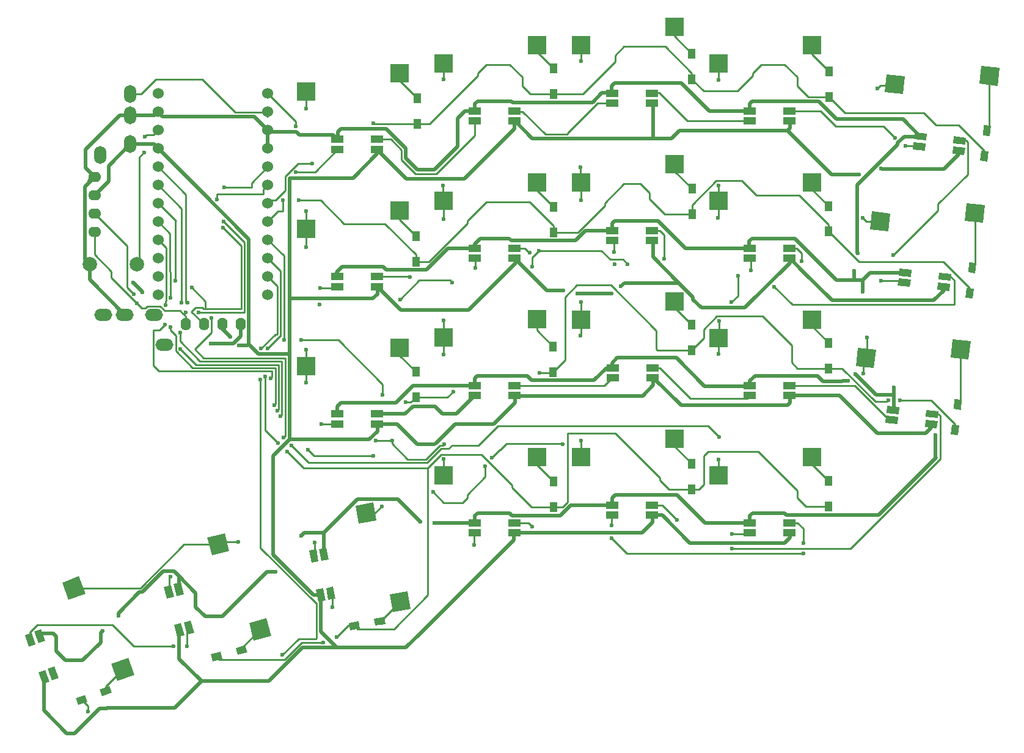
<source format=gbr>
%TF.GenerationSoftware,KiCad,Pcbnew,(5.1.10)-1*%
%TF.CreationDate,2021-10-28T21:04:48+02:00*%
%TF.ProjectId,yaohkib - right,79616f68-6b69-4622-902d-207269676874,rev?*%
%TF.SameCoordinates,Original*%
%TF.FileFunction,Copper,L2,Bot*%
%TF.FilePolarity,Positive*%
%FSLAX46Y46*%
G04 Gerber Fmt 4.6, Leading zero omitted, Abs format (unit mm)*
G04 Created by KiCad (PCBNEW (5.1.10)-1) date 2021-10-28 21:04:48*
%MOMM*%
%LPD*%
G01*
G04 APERTURE LIST*
%TA.AperFunction,SMDPad,CuDef*%
%ADD10C,0.100000*%
%TD*%
%TA.AperFunction,SMDPad,CuDef*%
%ADD11R,1.700000X1.000000*%
%TD*%
%TA.AperFunction,ComponentPad*%
%ADD12O,2.500000X1.700000*%
%TD*%
%TA.AperFunction,ComponentPad*%
%ADD13C,1.524000*%
%TD*%
%TA.AperFunction,SMDPad,CuDef*%
%ADD14R,1.000000X1.400000*%
%TD*%
%TA.AperFunction,SMDPad,CuDef*%
%ADD15R,2.550000X2.500000*%
%TD*%
%TA.AperFunction,ComponentPad*%
%ADD16O,1.778000X1.397000*%
%TD*%
%TA.AperFunction,ComponentPad*%
%ADD17O,1.700000X2.500000*%
%TD*%
%TA.AperFunction,ComponentPad*%
%ADD18O,1.397000X1.778000*%
%TD*%
%TA.AperFunction,ComponentPad*%
%ADD19C,2.000000*%
%TD*%
%TA.AperFunction,ViaPad*%
%ADD20C,0.600000*%
%TD*%
%TA.AperFunction,Conductor*%
%ADD21C,0.250000*%
%TD*%
%TA.AperFunction,Conductor*%
%ADD22C,0.500000*%
%TD*%
%TA.AperFunction,Conductor*%
%ADD23C,0.508000*%
%TD*%
G04 APERTURE END LIST*
%TA.AperFunction,SMDPad,CuDef*%
D10*
%TO.P,LED53,2*%
%TO.N,Net-(LED1-Pad4)*%
G36*
X103091841Y-131560619D02*
G01*
X104057767Y-131301800D01*
X104497759Y-132943873D01*
X103531833Y-133202692D01*
X103091841Y-131560619D01*
G37*
%TD.AperFunction*%
%TA.AperFunction,SMDPad,CuDef*%
%TO.P,LED53,1*%
%TO.N,VDD*%
G36*
X101739545Y-131922965D02*
G01*
X102705471Y-131664146D01*
X103145463Y-133306219D01*
X102179537Y-133565038D01*
X101739545Y-131922965D01*
G37*
%TD.AperFunction*%
%TA.AperFunction,SMDPad,CuDef*%
%TO.P,LED53,3*%
%TO.N,GNDA*%
G36*
X101668337Y-126248027D02*
G01*
X102634263Y-125989208D01*
X103074255Y-127631281D01*
X102108329Y-127890100D01*
X101668337Y-126248027D01*
G37*
%TD.AperFunction*%
%TA.AperFunction,SMDPad,CuDef*%
%TO.P,LED53,4*%
%TO.N,Net-(LED52-Pad2)*%
G36*
X100316041Y-126610373D02*
G01*
X101281967Y-126351554D01*
X101721959Y-127993627D01*
X100756033Y-128252446D01*
X100316041Y-126610373D01*
G37*
%TD.AperFunction*%
%TD*%
D11*
%TO.P,LED50,2*%
%TO.N,Net-(LED50-Pad2)*%
X167967500Y-115246500D03*
%TO.P,LED50,1*%
%TO.N,VDD*%
X167967500Y-116646500D03*
%TO.P,LED50,3*%
%TO.N,GNDA*%
X162467500Y-115246500D03*
%TO.P,LED50,4*%
%TO.N,Net-(LED49-Pad2)*%
X162467500Y-116646500D03*
%TD*%
%TO.P,LED47,2*%
%TO.N,Net-(LED47-Pad2)*%
X187017500Y-98673000D03*
%TO.P,LED47,1*%
%TO.N,VDD*%
X187017500Y-100073000D03*
%TO.P,LED47,3*%
%TO.N,GNDA*%
X181517500Y-98673000D03*
%TO.P,LED47,4*%
%TO.N,Net-(LED46-Pad2)*%
X181517500Y-100073000D03*
%TD*%
%TO.P,LED45,2*%
%TO.N,Net-(LED45-Pad2)*%
X148917500Y-98673000D03*
%TO.P,LED45,1*%
%TO.N,VDD*%
X148917500Y-100073000D03*
%TO.P,LED45,3*%
%TO.N,GNDA*%
X143417500Y-98673000D03*
%TO.P,LED45,4*%
%TO.N,Net-(LED44-Pad2)*%
X143417500Y-100073000D03*
%TD*%
%TO.P,LED46,2*%
%TO.N,Net-(LED46-Pad2)*%
X168031000Y-96196500D03*
%TO.P,LED46,1*%
%TO.N,VDD*%
X168031000Y-97596500D03*
%TO.P,LED46,3*%
%TO.N,GNDA*%
X162531000Y-96196500D03*
%TO.P,LED46,4*%
%TO.N,Net-(LED45-Pad2)*%
X162531000Y-97596500D03*
%TD*%
%TA.AperFunction,SMDPad,CuDef*%
D10*
%TO.P,LED52,2*%
%TO.N,Net-(LED52-Pad2)*%
G36*
X122797060Y-126761180D02*
G01*
X123781868Y-126587532D01*
X124077070Y-128261706D01*
X123092262Y-128435354D01*
X122797060Y-126761180D01*
G37*
%TD.AperFunction*%
%TA.AperFunction,SMDPad,CuDef*%
%TO.P,LED52,1*%
%TO.N,VDD*%
G36*
X121418329Y-127004287D02*
G01*
X122403137Y-126830639D01*
X122698339Y-128504813D01*
X121713531Y-128678461D01*
X121418329Y-127004287D01*
G37*
%TD.AperFunction*%
%TA.AperFunction,SMDPad,CuDef*%
%TO.P,LED52,3*%
%TO.N,GNDA*%
G36*
X121841995Y-121344737D02*
G01*
X122826803Y-121171089D01*
X123122005Y-122845263D01*
X122137197Y-123018911D01*
X121841995Y-121344737D01*
G37*
%TD.AperFunction*%
%TA.AperFunction,SMDPad,CuDef*%
%TO.P,LED52,4*%
%TO.N,Net-(LED51-Pad2)*%
G36*
X120463264Y-121587844D02*
G01*
X121448072Y-121414196D01*
X121743274Y-123088370D01*
X120758466Y-123262018D01*
X120463264Y-121587844D01*
G37*
%TD.AperFunction*%
%TD*%
D11*
%TO.P,LED44,2*%
%TO.N,Net-(LED44-Pad2)*%
X129804000Y-102610000D03*
%TO.P,LED44,1*%
%TO.N,VDD*%
X129804000Y-104010000D03*
%TO.P,LED44,3*%
%TO.N,GNDA*%
X124304000Y-102610000D03*
%TO.P,LED44,4*%
%TO.N,Net-(LED43-Pad2)*%
X124304000Y-104010000D03*
%TD*%
%TA.AperFunction,SMDPad,CuDef*%
D10*
%TO.P,LED1,2*%
%TO.N,Net-(LED1-Pad2)*%
G36*
X84232548Y-138002081D02*
G01*
X85172240Y-137660061D01*
X85753674Y-139257539D01*
X84813982Y-139599559D01*
X84232548Y-138002081D01*
G37*
%TD.AperFunction*%
%TA.AperFunction,SMDPad,CuDef*%
%TO.P,LED1,1*%
%TO.N,VDD*%
G36*
X82916979Y-138480909D02*
G01*
X83856671Y-138138889D01*
X84438105Y-139736367D01*
X83498413Y-140078387D01*
X82916979Y-138480909D01*
G37*
%TD.AperFunction*%
%TA.AperFunction,SMDPad,CuDef*%
%TO.P,LED1,3*%
%TO.N,GNDA*%
G36*
X82351437Y-132833771D02*
G01*
X83291129Y-132491751D01*
X83872563Y-134089229D01*
X82932871Y-134431249D01*
X82351437Y-132833771D01*
G37*
%TD.AperFunction*%
%TA.AperFunction,SMDPad,CuDef*%
%TO.P,LED1,4*%
%TO.N,Net-(LED1-Pad4)*%
G36*
X81035868Y-133312599D02*
G01*
X81975560Y-132970579D01*
X82556994Y-134568057D01*
X81617302Y-134910077D01*
X81035868Y-133312599D01*
G37*
%TD.AperFunction*%
%TD*%
D11*
%TO.P,LED43,2*%
%TO.N,Net-(LED43-Pad2)*%
X129867500Y-83560000D03*
%TO.P,LED43,1*%
%TO.N,VDD*%
X129867500Y-84960000D03*
%TO.P,LED43,3*%
%TO.N,GNDA*%
X124367500Y-83560000D03*
%TO.P,LED43,4*%
%TO.N,Net-(LED42-Pad2)*%
X124367500Y-84960000D03*
%TD*%
%TO.P,LED49,2*%
%TO.N,Net-(LED49-Pad2)*%
X187017500Y-117723000D03*
%TO.P,LED49,1*%
%TO.N,VDD*%
X187017500Y-119123000D03*
%TO.P,LED49,3*%
%TO.N,GNDA*%
X181517500Y-117723000D03*
%TO.P,LED49,4*%
%TO.N,Net-(LED48-Pad2)*%
X181517500Y-119123000D03*
%TD*%
%TA.AperFunction,SMDPad,CuDef*%
D10*
%TO.P,LED48,2*%
%TO.N,Net-(LED48-Pad2)*%
G36*
X205897392Y-103042412D02*
G01*
X206001921Y-102047890D01*
X207692608Y-102225588D01*
X207588079Y-103220110D01*
X205897392Y-103042412D01*
G37*
%TD.AperFunction*%
%TA.AperFunction,SMDPad,CuDef*%
%TO.P,LED48,1*%
%TO.N,VDD*%
G36*
X205751052Y-104434743D02*
G01*
X205855581Y-103440221D01*
X207546268Y-103617919D01*
X207441739Y-104612441D01*
X205751052Y-104434743D01*
G37*
%TD.AperFunction*%
%TA.AperFunction,SMDPad,CuDef*%
%TO.P,LED48,3*%
%TO.N,GNDA*%
G36*
X200427522Y-102467505D02*
G01*
X200532051Y-101472983D01*
X202222738Y-101650681D01*
X202118209Y-102645203D01*
X200427522Y-102467505D01*
G37*
%TD.AperFunction*%
%TA.AperFunction,SMDPad,CuDef*%
%TO.P,LED48,4*%
%TO.N,Net-(LED47-Pad2)*%
G36*
X200281182Y-103859836D02*
G01*
X200385711Y-102865314D01*
X202076398Y-103043012D01*
X201971869Y-104037534D01*
X200281182Y-103859836D01*
G37*
%TD.AperFunction*%
%TD*%
D11*
%TO.P,LED51,2*%
%TO.N,Net-(LED51-Pad2)*%
X148917500Y-117723000D03*
%TO.P,LED51,1*%
%TO.N,VDD*%
X148917500Y-119123000D03*
%TO.P,LED51,3*%
%TO.N,GNDA*%
X143417500Y-117723000D03*
%TO.P,LED51,4*%
%TO.N,Net-(LED50-Pad2)*%
X143417500Y-119123000D03*
%TD*%
%TO.P,LED34,2*%
%TO.N,Net-(LED34-Pad2)*%
X129867500Y-64510000D03*
%TO.P,LED34,1*%
%TO.N,VDD*%
X129867500Y-65910000D03*
%TO.P,LED34,3*%
%TO.N,GNDA*%
X124367500Y-64510000D03*
%TO.P,LED34,4*%
%TO.N,LED_r*%
X124367500Y-65910000D03*
%TD*%
%TO.P,LED35,2*%
%TO.N,Net-(LED35-Pad2)*%
X148917500Y-60573000D03*
%TO.P,LED35,1*%
%TO.N,VDD*%
X148917500Y-61973000D03*
%TO.P,LED35,3*%
%TO.N,GNDA*%
X143417500Y-60573000D03*
%TO.P,LED35,4*%
%TO.N,Net-(LED34-Pad2)*%
X143417500Y-61973000D03*
%TD*%
%TA.AperFunction,SMDPad,CuDef*%
D10*
%TO.P,LED39,2*%
%TO.N,Net-(LED39-Pad2)*%
G36*
X207635497Y-83993700D02*
G01*
X207740026Y-82999178D01*
X209430713Y-83176876D01*
X209326184Y-84171398D01*
X207635497Y-83993700D01*
G37*
%TD.AperFunction*%
%TA.AperFunction,SMDPad,CuDef*%
%TO.P,LED39,1*%
%TO.N,VDD*%
G36*
X207489157Y-85386031D02*
G01*
X207593686Y-84391509D01*
X209284373Y-84569207D01*
X209179844Y-85563729D01*
X207489157Y-85386031D01*
G37*
%TD.AperFunction*%
%TA.AperFunction,SMDPad,CuDef*%
%TO.P,LED39,3*%
%TO.N,GNDA*%
G36*
X202165627Y-83418793D02*
G01*
X202270156Y-82424271D01*
X203960843Y-82601969D01*
X203856314Y-83596491D01*
X202165627Y-83418793D01*
G37*
%TD.AperFunction*%
%TA.AperFunction,SMDPad,CuDef*%
%TO.P,LED39,4*%
%TO.N,Net-(LED38-Pad2)*%
G36*
X202019287Y-84811124D02*
G01*
X202123816Y-83816602D01*
X203814503Y-83994300D01*
X203709974Y-84988822D01*
X202019287Y-84811124D01*
G37*
%TD.AperFunction*%
%TD*%
D11*
%TO.P,LED42,2*%
%TO.N,Net-(LED42-Pad2)*%
X148917500Y-79623000D03*
%TO.P,LED42,1*%
%TO.N,VDD*%
X148917500Y-81023000D03*
%TO.P,LED42,3*%
%TO.N,GNDA*%
X143417500Y-79623000D03*
%TO.P,LED42,4*%
%TO.N,Net-(LED41-Pad2)*%
X143417500Y-81023000D03*
%TD*%
%TO.P,LED36,2*%
%TO.N,Net-(LED36-Pad2)*%
X167967500Y-58096500D03*
%TO.P,LED36,1*%
%TO.N,VDD*%
X167967500Y-59496500D03*
%TO.P,LED36,3*%
%TO.N,GNDA*%
X162467500Y-58096500D03*
%TO.P,LED36,4*%
%TO.N,Net-(LED35-Pad2)*%
X162467500Y-59496500D03*
%TD*%
%TA.AperFunction,SMDPad,CuDef*%
D10*
%TO.P,LED38,2*%
%TO.N,Net-(LED38-Pad2)*%
G36*
X209707392Y-65092412D02*
G01*
X209811921Y-64097890D01*
X211502608Y-64275588D01*
X211398079Y-65270110D01*
X209707392Y-65092412D01*
G37*
%TD.AperFunction*%
%TA.AperFunction,SMDPad,CuDef*%
%TO.P,LED38,1*%
%TO.N,VDD*%
G36*
X209561052Y-66484743D02*
G01*
X209665581Y-65490221D01*
X211356268Y-65667919D01*
X211251739Y-66662441D01*
X209561052Y-66484743D01*
G37*
%TD.AperFunction*%
%TA.AperFunction,SMDPad,CuDef*%
%TO.P,LED38,3*%
%TO.N,GNDA*%
G36*
X204237522Y-64517505D02*
G01*
X204342051Y-63522983D01*
X206032738Y-63700681D01*
X205928209Y-64695203D01*
X204237522Y-64517505D01*
G37*
%TD.AperFunction*%
%TA.AperFunction,SMDPad,CuDef*%
%TO.P,LED38,4*%
%TO.N,Net-(LED37-Pad2)*%
G36*
X204091182Y-65909836D02*
G01*
X204195711Y-64915314D01*
X205886398Y-65093012D01*
X205781869Y-66087534D01*
X204091182Y-65909836D01*
G37*
%TD.AperFunction*%
%TD*%
D11*
%TO.P,LED40,2*%
%TO.N,Net-(LED40-Pad2)*%
X187017500Y-79623000D03*
%TO.P,LED40,1*%
%TO.N,VDD*%
X187017500Y-81023000D03*
%TO.P,LED40,3*%
%TO.N,GNDA*%
X181517500Y-79623000D03*
%TO.P,LED40,4*%
%TO.N,Net-(LED39-Pad2)*%
X181517500Y-81023000D03*
%TD*%
%TO.P,LED37,2*%
%TO.N,Net-(LED37-Pad2)*%
X187017500Y-60573000D03*
%TO.P,LED37,1*%
%TO.N,VDD*%
X187017500Y-61973000D03*
%TO.P,LED37,3*%
%TO.N,GNDA*%
X181517500Y-60573000D03*
%TO.P,LED37,4*%
%TO.N,Net-(LED36-Pad2)*%
X181517500Y-61973000D03*
%TD*%
%TO.P,LED41,2*%
%TO.N,Net-(LED41-Pad2)*%
X167904000Y-77146500D03*
%TO.P,LED41,1*%
%TO.N,VDD*%
X167904000Y-78546500D03*
%TO.P,LED41,3*%
%TO.N,GNDA*%
X162404000Y-77146500D03*
%TO.P,LED41,4*%
%TO.N,Net-(LED40-Pad2)*%
X162404000Y-78546500D03*
%TD*%
D12*
%TO.P,J1,A*%
%TO.N,Net-(J1-PadA)*%
X100410000Y-93060000D03*
%TO.P,J1,D*%
%TO.N,VDD*%
X98910000Y-88860000D03*
%TO.P,J1,C*%
%TO.N,GNDA*%
X94910000Y-88860000D03*
%TO.P,J1,B*%
%TO.N,data_r*%
X91910000Y-88860000D03*
%TD*%
D13*
%TO.P,U2,24*%
%TO.N,Net-(U2-Pad24)*%
X99506400Y-58156000D03*
%TO.P,U2,23*%
%TO.N,GNDA*%
X99506400Y-60696000D03*
%TO.P,U2,22*%
%TO.N,reset_r*%
X99506400Y-63236000D03*
%TO.P,U2,21*%
%TO.N,VDD*%
X99506400Y-65776000D03*
%TO.P,U2,20*%
%TO.N,col0_r*%
X99506400Y-68316000D03*
%TO.P,U2,19*%
%TO.N,col1_r*%
X99506400Y-70856000D03*
%TO.P,U2,18*%
%TO.N,col2_r*%
X99506400Y-73396000D03*
%TO.P,U2,17*%
%TO.N,col3_r*%
X99506400Y-75936000D03*
%TO.P,U2,16*%
%TO.N,col4_r*%
X99506400Y-78476000D03*
%TO.P,U2,15*%
%TO.N,Net-(U2-Pad15)*%
X99506400Y-81016000D03*
%TO.P,U2,14*%
%TO.N,Net-(U2-Pad14)*%
X99506400Y-83556000D03*
%TO.P,U2,13*%
%TO.N,Net-(U2-Pad13)*%
X99506400Y-86096000D03*
%TO.P,U2,12*%
%TO.N,Net-(U2-Pad12)*%
X114726400Y-86096000D03*
%TO.P,U2,11*%
%TO.N,row4_r*%
X114726400Y-83556000D03*
%TO.P,U2,10*%
%TO.N,row3_r*%
X114726400Y-81016000D03*
%TO.P,U2,9*%
%TO.N,row2_r*%
X114726400Y-78476000D03*
%TO.P,U2,8*%
%TO.N,row1_r*%
X114726400Y-75936000D03*
%TO.P,U2,7*%
%TO.N,row0_r*%
X114726400Y-73396000D03*
%TO.P,U2,6*%
%TO.N,SCL_r*%
X114726400Y-70856000D03*
%TO.P,U2,5*%
%TO.N,SDA_r*%
X114726400Y-68316000D03*
%TO.P,U2,4*%
%TO.N,GNDA*%
X114726400Y-65776000D03*
%TO.P,U2,3*%
X114726400Y-63236000D03*
%TO.P,U2,2*%
%TO.N,data_r*%
X114726400Y-60696000D03*
%TO.P,U2,1*%
%TO.N,LED_r*%
X114726400Y-58156000D03*
%TD*%
%TA.AperFunction,SMDPad,CuDef*%
D10*
%TO.P,SW22,2*%
%TO.N,Net-(D22-Pad2)*%
G36*
X216104678Y-54592605D02*
G01*
X215843357Y-57078910D01*
X213307326Y-56812363D01*
X213568647Y-54326058D01*
X216104678Y-54592605D01*
G37*
%TD.AperFunction*%
%TA.AperFunction,SMDPad,CuDef*%
%TO.P,SW22,1*%
%TO.N,col0_r*%
G36*
X202982991Y-55767451D02*
G01*
X202721670Y-58253756D01*
X200185639Y-57987209D01*
X200446960Y-55500904D01*
X202982991Y-55767451D01*
G37*
%TD.AperFunction*%
%TD*%
%TA.AperFunction,SMDPad,CuDef*%
%TO.P,D41,2*%
%TO.N,Net-(D41-Pad2)*%
G36*
X129630027Y-131998506D02*
G01*
X129456378Y-131013698D01*
X130835109Y-130770590D01*
X131008758Y-131755398D01*
X129630027Y-131998506D01*
G37*
%TD.AperFunction*%
%TA.AperFunction,SMDPad,CuDef*%
%TO.P,D41,1*%
%TO.N,row3_r*%
G36*
X126133959Y-132614958D02*
G01*
X125960310Y-131630150D01*
X127339041Y-131387042D01*
X127512690Y-132371850D01*
X126133959Y-132614958D01*
G37*
%TD.AperFunction*%
%TD*%
D14*
%TO.P,D24,2*%
%TO.N,Net-(D24-Pad2)*%
X173480120Y-52598520D03*
%TO.P,D24,1*%
%TO.N,row0_r*%
X173480120Y-56148520D03*
%TD*%
%TO.P,D31,2*%
%TO.N,Net-(D31-Pad2)*%
X135227720Y-77912160D03*
%TO.P,D31,1*%
%TO.N,row1_r*%
X135227720Y-81462160D03*
%TD*%
%TO.P,D26,2*%
%TO.N,Net-(D26-Pad2)*%
X135410600Y-58777880D03*
%TO.P,D26,1*%
%TO.N,row0_r*%
X135410600Y-62327880D03*
%TD*%
D15*
%TO.P,SW37,2*%
%TO.N,Net-(D37-Pad2)*%
X132959500Y-93456500D03*
%TO.P,SW37,1*%
%TO.N,col4_r*%
X120032500Y-95996500D03*
%TD*%
%TA.AperFunction,SMDPad,CuDef*%
D10*
%TO.P,D22,2*%
%TO.N,Net-(D22-Pad2)*%
G36*
X214804629Y-64057154D02*
G01*
X213810107Y-63952625D01*
X213956447Y-62560294D01*
X214950969Y-62664823D01*
X214804629Y-64057154D01*
G37*
%TD.AperFunction*%
%TA.AperFunction,SMDPad,CuDef*%
%TO.P,D22,1*%
%TO.N,row0_r*%
G36*
X214433553Y-67587706D02*
G01*
X213439031Y-67483177D01*
X213585371Y-66090846D01*
X214579893Y-66195375D01*
X214433553Y-67587706D01*
G37*
%TD.AperFunction*%
%TD*%
D15*
%TO.P,SW23,2*%
%TO.N,Net-(D23-Pad2)*%
X190109500Y-51419500D03*
%TO.P,SW23,1*%
%TO.N,col1_r*%
X177182500Y-53959500D03*
%TD*%
%TO.P,SW24,2*%
%TO.N,Net-(D24-Pad2)*%
X171059500Y-48943000D03*
%TO.P,SW24,1*%
%TO.N,col2_r*%
X158132500Y-51483000D03*
%TD*%
%TO.P,SW29,2*%
%TO.N,Net-(D29-Pad2)*%
X171059500Y-67993000D03*
%TO.P,SW29,1*%
%TO.N,col2_r*%
X158132500Y-70533000D03*
%TD*%
D14*
%TO.P,D34,2*%
%TO.N,Net-(D34-Pad2)*%
X173439480Y-90251480D03*
%TO.P,D34,1*%
%TO.N,row2_r*%
X173439480Y-93801480D03*
%TD*%
%TO.P,D35,2*%
%TO.N,Net-(D35-Pad2)*%
X154237080Y-93248680D03*
%TO.P,D35,1*%
%TO.N,row2_r*%
X154237080Y-96798680D03*
%TD*%
%TO.P,D25,2*%
%TO.N,Net-(D25-Pad2)*%
X154272640Y-54666080D03*
%TO.P,D25,1*%
%TO.N,row0_r*%
X154272640Y-58216080D03*
%TD*%
%TO.P,D28,2*%
%TO.N,Net-(D28-Pad2)*%
X192403120Y-73761800D03*
%TO.P,D28,1*%
%TO.N,row1_r*%
X192403120Y-77311800D03*
%TD*%
%TO.P,D33,2*%
%TO.N,Net-(D33-Pad2)*%
X192418360Y-92730520D03*
%TO.P,D33,1*%
%TO.N,row2_r*%
X192418360Y-96280520D03*
%TD*%
%TO.P,D29,2*%
%TO.N,Net-(D29-Pad2)*%
X173495360Y-71372120D03*
%TO.P,D29,1*%
%TO.N,row1_r*%
X173495360Y-74922120D03*
%TD*%
%TO.P,D38,2*%
%TO.N,Net-(D38-Pad2)*%
X192418360Y-111932920D03*
%TO.P,D38,1*%
%TO.N,row3_r*%
X192418360Y-115482920D03*
%TD*%
D15*
%TO.P,SW26,2*%
%TO.N,Net-(D26-Pad2)*%
X132959500Y-55356500D03*
%TO.P,SW26,1*%
%TO.N,col4_r*%
X120032500Y-57896500D03*
%TD*%
D16*
%TO.P,J4,4*%
%TO.N,GNDA*%
X90690000Y-69720000D03*
%TO.P,J4,3*%
%TO.N,VDD*%
X90690000Y-72260000D03*
%TO.P,J4,2*%
%TO.N,SCL_r*%
X90690000Y-74800000D03*
%TO.P,J4,1*%
%TO.N,SDA_r*%
X90690000Y-77340000D03*
%TD*%
D17*
%TO.P,J3,A*%
%TO.N,Net-(J3-PadA)*%
X91469180Y-66689140D03*
%TO.P,J3,D*%
%TO.N,VDD*%
X95669180Y-65189140D03*
%TO.P,J3,C*%
%TO.N,GNDA*%
X95669180Y-61189140D03*
%TO.P,J3,B*%
%TO.N,data_r*%
X95669180Y-58189140D03*
%TD*%
D18*
%TO.P,J6,4*%
%TO.N,GNDA*%
X110925000Y-90154500D03*
%TO.P,J6,3*%
%TO.N,VDD*%
X108385000Y-90154500D03*
%TO.P,J6,2*%
%TO.N,SCL_r*%
X105845000Y-90154500D03*
%TO.P,J6,1*%
%TO.N,SDA_r*%
X103305000Y-90154500D03*
%TD*%
D19*
%TO.P,RSW2,2*%
%TO.N,GNDA*%
X90040000Y-81820000D03*
%TO.P,RSW2,1*%
%TO.N,reset_r*%
X96540000Y-81820000D03*
%TD*%
%TA.AperFunction,SMDPad,CuDef*%
D10*
%TO.P,SW34,2*%
%TO.N,Net-(D36-Pad2)*%
G36*
X96249411Y-138818805D02*
G01*
X93900180Y-139673855D01*
X93028029Y-137277639D01*
X95377260Y-136422589D01*
X96249411Y-138818805D01*
G37*
%TD.AperFunction*%
%TA.AperFunction,SMDPad,CuDef*%
%TO.P,SW34,1*%
%TO.N,col4_r*%
G36*
X89441298Y-127540130D02*
G01*
X87092067Y-128395180D01*
X86219916Y-125998964D01*
X88569147Y-125143914D01*
X89441298Y-127540130D01*
G37*
%TD.AperFunction*%
%TD*%
%TA.AperFunction,SMDPad,CuDef*%
%TO.P,SW41,2*%
%TO.N,Net-(D41-Pad2)*%
G36*
X134504687Y-129703684D02*
G01*
X132042668Y-130137804D01*
X131599865Y-127626544D01*
X134061884Y-127192424D01*
X134504687Y-129703684D01*
G37*
%TD.AperFunction*%
%TA.AperFunction,SMDPad,CuDef*%
%TO.P,SW41,1*%
%TO.N,col3_r*%
G36*
X129758525Y-117414141D02*
G01*
X127296506Y-117848261D01*
X126853703Y-115337001D01*
X129315722Y-114902881D01*
X129758525Y-117414141D01*
G37*
%TD.AperFunction*%
%TD*%
D14*
%TO.P,D23,2*%
%TO.N,Net-(D23-Pad2)*%
X192469160Y-55072480D03*
%TO.P,D23,1*%
%TO.N,row0_r*%
X192469160Y-58622480D03*
%TD*%
%TA.AperFunction,SMDPad,CuDef*%
D10*
%TO.P,D27,2*%
%TO.N,Net-(D27-Pad2)*%
G36*
X212769091Y-83072430D02*
G01*
X211774569Y-82967901D01*
X211920909Y-81575570D01*
X212915431Y-81680099D01*
X212769091Y-83072430D01*
G37*
%TD.AperFunction*%
%TA.AperFunction,SMDPad,CuDef*%
%TO.P,D27,1*%
%TO.N,row1_r*%
G36*
X212398015Y-86602982D02*
G01*
X211403493Y-86498453D01*
X211549833Y-85106122D01*
X212544355Y-85210651D01*
X212398015Y-86602982D01*
G37*
%TD.AperFunction*%
%TD*%
D15*
%TO.P,SW36,2*%
%TO.N,Net-(D35-Pad2)*%
X152007000Y-89494000D03*
%TO.P,SW36,1*%
%TO.N,col3_r*%
X139080000Y-92034000D03*
%TD*%
%TA.AperFunction,SMDPad,CuDef*%
D10*
%TO.P,SW32,2*%
%TO.N,Net-(D32-Pad2)*%
G36*
X212104678Y-92552605D02*
G01*
X211843357Y-95038910D01*
X209307326Y-94772363D01*
X209568647Y-92286058D01*
X212104678Y-92552605D01*
G37*
%TD.AperFunction*%
%TA.AperFunction,SMDPad,CuDef*%
%TO.P,SW32,1*%
%TO.N,col0_r*%
G36*
X198982991Y-93727451D02*
G01*
X198721670Y-96213756D01*
X196185639Y-95947209D01*
X196446960Y-93460904D01*
X198982991Y-93727451D01*
G37*
%TD.AperFunction*%
%TD*%
D14*
%TO.P,D39,2*%
%TO.N,Net-(D39-Pad2)*%
X173459800Y-109509760D03*
%TO.P,D39,1*%
%TO.N,row3_r*%
X173459800Y-113059760D03*
%TD*%
%TO.P,D30,2*%
%TO.N,Net-(D30-Pad2)*%
X154328520Y-73880720D03*
%TO.P,D30,1*%
%TO.N,row1_r*%
X154328520Y-77430720D03*
%TD*%
%TO.P,D40,2*%
%TO.N,Net-(D40-Pad2)*%
X154308200Y-112014200D03*
%TO.P,D40,1*%
%TO.N,row3_r*%
X154308200Y-115564200D03*
%TD*%
%TA.AperFunction,SMDPad,CuDef*%
D10*
%TO.P,D42,2*%
%TO.N,Net-(D42-Pad2)*%
G36*
X110505261Y-136030636D02*
G01*
X110246442Y-135064710D01*
X111598739Y-134702364D01*
X111857558Y-135668290D01*
X110505261Y-136030636D01*
G37*
%TD.AperFunction*%
%TA.AperFunction,SMDPad,CuDef*%
%TO.P,D42,1*%
%TO.N,row3_r*%
G36*
X107076225Y-136949444D02*
G01*
X106817406Y-135983518D01*
X108169703Y-135621172D01*
X108428522Y-136587098D01*
X107076225Y-136949444D01*
G37*
%TD.AperFunction*%
%TD*%
D14*
%TO.P,D37,2*%
%TO.N,Net-(D37-Pad2)*%
X135227720Y-96779280D03*
%TO.P,D37,1*%
%TO.N,row2_r*%
X135227720Y-100329280D03*
%TD*%
%TA.AperFunction,SMDPad,CuDef*%
D10*
%TO.P,D32,2*%
%TO.N,Net-(D32-Pad2)*%
G36*
X210744629Y-102047154D02*
G01*
X209750107Y-101942625D01*
X209896447Y-100550294D01*
X210890969Y-100654823D01*
X210744629Y-102047154D01*
G37*
%TD.AperFunction*%
%TA.AperFunction,SMDPad,CuDef*%
%TO.P,D32,1*%
%TO.N,row2_r*%
G36*
X210373553Y-105577706D02*
G01*
X209379031Y-105473177D01*
X209525371Y-104080846D01*
X210519893Y-104185375D01*
X210373553Y-105577706D01*
G37*
%TD.AperFunction*%
%TD*%
D15*
%TO.P,SW39,2*%
%TO.N,Net-(D39-Pad2)*%
X171059500Y-106093000D03*
%TO.P,SW39,1*%
%TO.N,col1_r*%
X158132500Y-108633000D03*
%TD*%
%TO.P,SW31,2*%
%TO.N,Net-(D31-Pad2)*%
X132959500Y-74406500D03*
%TO.P,SW31,1*%
%TO.N,col4_r*%
X120032500Y-76946500D03*
%TD*%
%TA.AperFunction,SMDPad,CuDef*%
D10*
%TO.P,SW27,2*%
%TO.N,Net-(D27-Pad2)*%
G36*
X214114678Y-73602605D02*
G01*
X213853357Y-76088910D01*
X211317326Y-75822363D01*
X211578647Y-73336058D01*
X214114678Y-73602605D01*
G37*
%TD.AperFunction*%
%TA.AperFunction,SMDPad,CuDef*%
%TO.P,SW27,1*%
%TO.N,col0_r*%
G36*
X200992991Y-74777451D02*
G01*
X200731670Y-77263756D01*
X198195639Y-76997209D01*
X198456960Y-74510904D01*
X200992991Y-74777451D01*
G37*
%TD.AperFunction*%
%TD*%
D15*
%TO.P,SW28,2*%
%TO.N,Net-(D28-Pad2)*%
X190109500Y-70469500D03*
%TO.P,SW28,1*%
%TO.N,col1_r*%
X177182500Y-73009500D03*
%TD*%
%TO.P,SW25,2*%
%TO.N,Net-(D25-Pad2)*%
X152009500Y-51419500D03*
%TO.P,SW25,1*%
%TO.N,col3_r*%
X139082500Y-53959500D03*
%TD*%
%TO.P,SW38,2*%
%TO.N,Net-(D38-Pad2)*%
X190109500Y-108569500D03*
%TO.P,SW38,1*%
%TO.N,col0_r*%
X177182500Y-111109500D03*
%TD*%
%TO.P,SW33,2*%
%TO.N,Net-(D33-Pad2)*%
X190109500Y-89519500D03*
%TO.P,SW33,1*%
%TO.N,col1_r*%
X177182500Y-92059500D03*
%TD*%
%TO.P,SW40,2*%
%TO.N,Net-(D40-Pad2)*%
X152009500Y-108569500D03*
%TO.P,SW40,1*%
%TO.N,col2_r*%
X139082500Y-111109500D03*
%TD*%
%TA.AperFunction,SMDPad,CuDef*%
D10*
%TO.P,D36,2*%
%TO.N,Net-(D36-Pad2)*%
G36*
X91769225Y-141790760D02*
G01*
X91427205Y-140851068D01*
X92742775Y-140372240D01*
X93084795Y-141311932D01*
X91769225Y-141790760D01*
G37*
%TD.AperFunction*%
%TA.AperFunction,SMDPad,CuDef*%
%TO.P,D36,1*%
%TO.N,row4_r*%
G36*
X88433317Y-143004932D02*
G01*
X88091297Y-142065240D01*
X89406867Y-141586412D01*
X89748887Y-142526104D01*
X88433317Y-143004932D01*
G37*
%TD.AperFunction*%
%TD*%
D15*
%TO.P,SW35,2*%
%TO.N,Net-(D34-Pad2)*%
X171059500Y-87043000D03*
%TO.P,SW35,1*%
%TO.N,col2_r*%
X158132500Y-89583000D03*
%TD*%
%TO.P,SW30,2*%
%TO.N,Net-(D30-Pad2)*%
X152009500Y-70469500D03*
%TO.P,SW30,1*%
%TO.N,col3_r*%
X139082500Y-73009500D03*
%TD*%
%TA.AperFunction,SMDPad,CuDef*%
D10*
%TO.P,SW42,2*%
%TO.N,Net-(D42-Pad2)*%
G36*
X115191326Y-133442032D02*
G01*
X112776511Y-134089079D01*
X112116522Y-131625968D01*
X114531337Y-130978921D01*
X115191326Y-133442032D01*
G37*
%TD.AperFunction*%
%TA.AperFunction,SMDPad,CuDef*%
%TO.P,SW42,1*%
%TO.N,col4_r*%
G36*
X109392121Y-121612909D02*
G01*
X106977306Y-122259956D01*
X106317317Y-119796845D01*
X108732132Y-119149798D01*
X109392121Y-121612909D01*
G37*
%TD.AperFunction*%
%TD*%
D20*
%TO.N,row0_r*%
X120836080Y-67843140D03*
X129314600Y-62278000D03*
%TO.N,row1_r*%
X119017440Y-72953620D03*
X116784780Y-72953620D03*
%TO.N,row2_r*%
X200685000Y-100694000D03*
X152390500Y-96885500D03*
X133785000Y-101013000D03*
X140389000Y-99552500D03*
X202295000Y-100684000D03*
X119370500Y-92377000D03*
X116946640Y-92313500D03*
X130610000Y-99997000D03*
%TO.N,row3_r*%
X122418500Y-134299000D03*
X124260000Y-133588500D03*
X114671500Y-93552320D03*
X116132000Y-106664500D03*
X114354000Y-97393500D03*
X117402000Y-107871000D03*
%TO.N,VDD*%
X162395000Y-85914000D03*
X199720331Y-68586831D03*
X157615000Y-85934000D03*
X110725081Y-93129581D03*
X163665000Y-84884000D03*
X196650000Y-69390000D03*
X109528000Y-91932500D03*
X155695000Y-85494000D03*
X97370000Y-85770000D03*
X96050000Y-84360000D03*
%TO.N,GNDA*%
X196155000Y-97064000D03*
X195951500Y-82788500D03*
X196459500Y-80312000D03*
X94034000Y-130604000D03*
X91811500Y-132763000D03*
X135817000Y-117586500D03*
X207246278Y-105544000D03*
X195095000Y-98014000D03*
X197158000Y-85646000D03*
X137785500Y-117713500D03*
X201435000Y-98984000D03*
X119307000Y-119555000D03*
X115751000Y-124508000D03*
X106850000Y-92890000D03*
%TO.N,SCL_r*%
X108540086Y-76754233D03*
X107680031Y-72888969D03*
X104150000Y-85070000D03*
X96157280Y-85992720D03*
%TO.N,SDA_r*%
X108619619Y-75949881D03*
X108639000Y-71168000D03*
X96533762Y-87253086D03*
X103307558Y-88500942D03*
X105146500Y-88503500D03*
%TO.N,LED_r*%
X118608500Y-62722500D03*
X118623529Y-69024029D03*
%TO.N,Net-(LED37-Pad2)*%
X201614669Y-64283240D03*
X203055000Y-65434000D03*
%TO.N,Net-(LED38-Pad2)*%
X201385000Y-80594000D03*
X199705000Y-84124000D03*
%TO.N,Net-(LED39-Pad2)*%
X181664000Y-82725000D03*
X184902500Y-84960201D03*
%TO.N,Net-(LED40-Pad2)*%
X162817200Y-81803480D03*
X188707420Y-81401660D03*
X162664800Y-80151980D03*
%TO.N,Net-(LED41-Pad2)*%
X152273941Y-79945959D03*
X143475100Y-82310980D03*
X164557100Y-81803480D03*
X169667580Y-81099400D03*
X151315000Y-82144000D03*
%TO.N,Net-(LED42-Pad2)*%
X140295020Y-84370920D03*
X121974000Y-85127840D03*
X133028080Y-86755980D03*
X150985000Y-80264000D03*
X121862240Y-87398600D03*
%TO.N,Net-(LED43-Pad2)*%
X122101000Y-104061000D03*
X134420000Y-83614000D03*
%TO.N,Net-(LED48-Pad2)*%
X179060500Y-119301000D03*
X179060500Y-121263490D03*
%TO.N,Net-(LED49-Pad2)*%
X188966500Y-121968000D03*
X162360000Y-118094500D03*
X162360000Y-119878080D03*
X188903000Y-120507500D03*
%TO.N,Net-(LED50-Pad2)*%
X171440500Y-117332500D03*
X143310000Y-120825000D03*
%TO.N,Net-(LED51-Pad2)*%
X121212000Y-120444000D03*
X151311000Y-118221500D03*
%TO.N,Net-(LED52-Pad2)*%
X101209500Y-125194500D03*
X123625000Y-129397500D03*
%TO.N,reset_r*%
X97590000Y-66342000D03*
X97653500Y-64119500D03*
%TO.N,col0_r*%
X197255000Y-97014000D03*
X106868510Y-89300508D03*
X177219000Y-105775500D03*
X103559324Y-87183267D03*
X177168200Y-108912400D03*
X116903696Y-105914183D03*
X117958651Y-106980551D03*
X199175000Y-57424000D03*
X197185000Y-75384000D03*
X197745000Y-91974000D03*
%TO.N,col1_r*%
X102755680Y-87180000D03*
X177092000Y-75374240D03*
X144830000Y-109854000D03*
X177203760Y-94312480D03*
X145805000Y-108654000D03*
X102545482Y-91361000D03*
X116496630Y-102918000D03*
X177168200Y-70888600D03*
X155565500Y-106804360D03*
X179845124Y-83438877D03*
X178980000Y-87129000D03*
X158148680Y-106336840D03*
X129355000Y-108454000D03*
X177203760Y-56273440D03*
X120259500Y-107605551D03*
X137605000Y-113454000D03*
X177239320Y-89689680D03*
%TO.N,col2_r*%
X139063120Y-108881920D03*
X158113120Y-72961240D03*
X131943500Y-106347000D03*
X116046620Y-102161223D03*
X129640841Y-106330341D03*
X139135000Y-106829000D03*
X158077560Y-68368920D03*
X158077560Y-91752160D03*
X158113120Y-87088720D03*
X158113120Y-53682640D03*
X102620000Y-93610010D03*
X101900000Y-84145001D03*
%TO.N,col3_r*%
X139063120Y-94332800D03*
X139093600Y-56227720D03*
X139093600Y-75562200D03*
X115596610Y-101383242D03*
X130483000Y-115427500D03*
X139002160Y-70944480D03*
X139063120Y-89654120D03*
X101240000Y-90550000D03*
X101218401Y-86535674D03*
%TO.N,col4_r*%
X110607500Y-120380500D03*
X115146600Y-97647500D03*
X120013120Y-79458560D03*
X120033440Y-98285040D03*
X120013120Y-93707960D03*
X120013120Y-74449680D03*
X120033440Y-60286640D03*
X100580000Y-87510000D03*
X100450000Y-90230000D03*
%TO.N,row4_r*%
X113782500Y-93520000D03*
X116712215Y-136068556D03*
X89779500Y-143875500D03*
X113698613Y-97852271D03*
%TO.N,Net-(LED1-Pad4)*%
X103495500Y-134858500D03*
X101654000Y-134858500D03*
%TD*%
D21*
%TO.N,Net-(D22-Pad2)*%
X214706002Y-55702484D02*
X214706002Y-62983260D01*
X214706002Y-62983260D02*
X214380538Y-63308724D01*
%TO.N,row0_r*%
X205593994Y-60887996D02*
X207281477Y-62575479D01*
X207281477Y-62575479D02*
X210449521Y-62575479D01*
X210449521Y-62575479D02*
X210393043Y-62519001D01*
X214009462Y-66135420D02*
X210449521Y-62575479D01*
X192469160Y-58622480D02*
X194734676Y-60887996D01*
X194734676Y-60887996D02*
X205593994Y-60887996D01*
X143792499Y-55681503D02*
X143792499Y-55359499D01*
X117121630Y-71620110D02*
X115793081Y-72948659D01*
X129364480Y-62327880D02*
X129314600Y-62278000D01*
X135410600Y-62327880D02*
X137146122Y-62327880D01*
X120836080Y-67843140D02*
X118920534Y-67843140D01*
X149972499Y-57111501D02*
X151077078Y-58216080D01*
X188072499Y-57111501D02*
X189583478Y-58622480D01*
X143792499Y-55359499D02*
X145027499Y-54124499D01*
X181892499Y-55681503D02*
X181892499Y-55359499D01*
X158352340Y-58216080D02*
X162842499Y-53725921D01*
X214009462Y-66839276D02*
X214009462Y-66135420D01*
X149972499Y-55887499D02*
X149972499Y-57111501D01*
X135410600Y-62327880D02*
X129364480Y-62327880D01*
X148209499Y-54124499D02*
X149972499Y-55887499D01*
X192598482Y-58622480D02*
X192469160Y-58622480D01*
X118920534Y-67843140D02*
X117121630Y-69642044D01*
X115793081Y-72948659D02*
X115173741Y-72948659D01*
X173480120Y-55318618D02*
X173480120Y-56148520D01*
X169809501Y-51647999D02*
X173480120Y-55318618D01*
X162842499Y-53725921D02*
X162842499Y-52882999D01*
X115173741Y-72948659D02*
X114726400Y-73396000D01*
X173480120Y-56148520D02*
X175106101Y-57774501D01*
X117121630Y-69642044D02*
X117121630Y-71620110D01*
X151077078Y-58216080D02*
X154272640Y-58216080D01*
X175106101Y-57774501D02*
X179799501Y-57774501D01*
X188072499Y-55887499D02*
X188072499Y-57111501D01*
X179799501Y-57774501D02*
X181892499Y-55681503D01*
X145027499Y-54124499D02*
X148209499Y-54124499D01*
X137146122Y-62327880D02*
X143792499Y-55681503D01*
X189583478Y-58622480D02*
X192469160Y-58622480D01*
X162842499Y-52882999D02*
X164077499Y-51647999D01*
X183127499Y-54124499D02*
X186309499Y-54124499D01*
X154272640Y-58216080D02*
X158352340Y-58216080D01*
X164077499Y-51647999D02*
X169809501Y-51647999D01*
X181892499Y-55359499D02*
X183127499Y-54124499D01*
X186309499Y-54124499D02*
X188072499Y-55887499D01*
%TO.N,Net-(D23-Pad2)*%
X190109500Y-51419500D02*
X190109500Y-52712820D01*
X190109500Y-52712820D02*
X192469160Y-55072480D01*
%TO.N,Net-(D24-Pad2)*%
X171059500Y-50177900D02*
X173480120Y-52598520D01*
X171059500Y-48943000D02*
X171059500Y-50177900D01*
%TO.N,Net-(D25-Pad2)*%
X152009500Y-52402940D02*
X154272640Y-54666080D01*
X152009500Y-51419500D02*
X152009500Y-52402940D01*
%TO.N,Net-(D26-Pad2)*%
X132959500Y-56326780D02*
X135410600Y-58777880D01*
X132959500Y-55356500D02*
X132959500Y-56326780D01*
%TO.N,Net-(D27-Pad2)*%
X212716002Y-81952998D02*
X212345000Y-82324000D01*
X212716002Y-74712484D02*
X212716002Y-81952998D01*
%TO.N,row1_r*%
X154328520Y-77430720D02*
X154328520Y-76480720D01*
X161412501Y-73685001D02*
X157666782Y-77430720D01*
X208352229Y-81529001D02*
X196620321Y-81529001D01*
X211973924Y-85854552D02*
X211973924Y-85150696D01*
X211973924Y-85150696D02*
X208352229Y-81529001D01*
X196620321Y-81529001D02*
X192403120Y-77311800D01*
X167592501Y-72811481D02*
X167592501Y-71932999D01*
X192403120Y-77311800D02*
X192403120Y-76361800D01*
X116784780Y-74496960D02*
X116165440Y-74496960D01*
X142362501Y-76161501D02*
X137061842Y-81462160D01*
X116784780Y-72953620D02*
X116784780Y-74496960D01*
X173495360Y-74922120D02*
X169703140Y-74922120D01*
X137061842Y-81462160D02*
X135227720Y-81462160D01*
X135227720Y-80512160D02*
X130947061Y-76231501D01*
X176868199Y-70263599D02*
X173495360Y-73636438D01*
X164082221Y-70697999D02*
X161412501Y-73367719D01*
X188335821Y-72294501D02*
X182443503Y-72294501D01*
X145027499Y-73174499D02*
X142362501Y-75839497D01*
X116165440Y-74496960D02*
X114726400Y-75936000D01*
X154328520Y-76480720D02*
X151022299Y-73174499D01*
X167592501Y-71932999D02*
X166357501Y-70697999D01*
X151022299Y-73174499D02*
X145027499Y-73174499D01*
X166357501Y-70697999D02*
X164082221Y-70697999D01*
X122015622Y-72953620D02*
X119017440Y-72953620D01*
X142362501Y-75839497D02*
X142362501Y-76161501D01*
X180412601Y-70263599D02*
X176868199Y-70263599D01*
X130947061Y-76231501D02*
X125293503Y-76231501D01*
X161412501Y-73367719D02*
X161412501Y-73685001D01*
X169703140Y-74922120D02*
X167592501Y-72811481D01*
X157666782Y-77430720D02*
X154328520Y-77430720D01*
X182443503Y-72294501D02*
X180412601Y-70263599D01*
X173495360Y-73636438D02*
X173495360Y-74922120D01*
X135227720Y-81462160D02*
X135227720Y-80512160D01*
X125293503Y-76231501D02*
X122015622Y-72953620D01*
X192403120Y-76361800D02*
X188335821Y-72294501D01*
%TO.N,Net-(D28-Pad2)*%
X190109500Y-71468180D02*
X192403120Y-73761800D01*
X190109500Y-70469500D02*
X190109500Y-71468180D01*
%TO.N,Net-(D29-Pad2)*%
X171059500Y-68936260D02*
X173495360Y-71372120D01*
X171059500Y-67993000D02*
X171059500Y-68936260D01*
%TO.N,Net-(D30-Pad2)*%
X152009500Y-70469500D02*
X152009500Y-71561700D01*
X152009500Y-71561700D02*
X154328520Y-73880720D01*
%TO.N,Net-(D31-Pad2)*%
X132959500Y-75643940D02*
X135227720Y-77912160D01*
X132959500Y-74406500D02*
X132959500Y-75643940D01*
%TO.N,Net-(D32-Pad2)*%
X210706002Y-100913260D02*
X210320538Y-101298724D01*
X210706002Y-93662484D02*
X210706002Y-100913260D01*
X210548120Y-100827120D02*
X210715000Y-100994000D01*
%TO.N,row2_r*%
X157534000Y-84757000D02*
X162233000Y-84757000D01*
X154237080Y-96798680D02*
X155883000Y-95152760D01*
X154150260Y-96885500D02*
X154237080Y-96798680D01*
X175123500Y-92117460D02*
X175123500Y-90880498D01*
X155883000Y-86408000D02*
X157534000Y-84757000D01*
X200465517Y-100913483D02*
X200685000Y-100694000D01*
X198934483Y-100913483D02*
X200465517Y-100913483D01*
X175123500Y-90880498D02*
X176939319Y-89064679D01*
X119370500Y-92377000D02*
X124473002Y-92377000D01*
X194301520Y-96280520D02*
X198934483Y-100913483D01*
X173439480Y-93801480D02*
X175123500Y-92117460D01*
X209949462Y-104022808D02*
X209949462Y-104829276D01*
X152390500Y-96885500D02*
X154150260Y-96885500D01*
X116946640Y-80696240D02*
X114726400Y-78476000D01*
X202295000Y-100684000D02*
X206610654Y-100684000D01*
X134544000Y-101013000D02*
X135227720Y-100329280D01*
X192418360Y-96280520D02*
X194301520Y-96280520D01*
X162233000Y-84757000D02*
X168519500Y-91043500D01*
X206610654Y-100684000D02*
X209949462Y-104022808D01*
X155883000Y-95152760D02*
X155883000Y-86408000D01*
X176939319Y-89064679D02*
X183304679Y-89064679D01*
X124473002Y-92377000D02*
X130610000Y-98513998D01*
X187315500Y-95488500D02*
X188107520Y-96280520D01*
X168682520Y-93801480D02*
X173439480Y-93801480D01*
X116946640Y-92313500D02*
X116946640Y-80696240D01*
X168519500Y-93638460D02*
X168682520Y-93801480D01*
X133785000Y-101013000D02*
X134544000Y-101013000D01*
X139612220Y-100329280D02*
X140389000Y-99552500D01*
X188107520Y-96280520D02*
X192418360Y-96280520D01*
X168519500Y-91043500D02*
X168519500Y-93638460D01*
X130610000Y-98513998D02*
X130610000Y-99997000D01*
X135227720Y-100329280D02*
X139612220Y-100329280D01*
X187315500Y-93075500D02*
X187315500Y-95488500D01*
X183304679Y-89064679D02*
X187315500Y-93075500D01*
%TO.N,Net-(D33-Pad2)*%
X190109500Y-90421660D02*
X192418360Y-92730520D01*
X190109500Y-89519500D02*
X190109500Y-90421660D01*
%TO.N,Net-(D34-Pad2)*%
X171059500Y-87043000D02*
X171059500Y-87871500D01*
X171059500Y-87871500D02*
X173439480Y-90251480D01*
%TO.N,Net-(D35-Pad2)*%
X152009500Y-89519500D02*
X152009500Y-91021100D01*
X152009500Y-91021100D02*
X154237080Y-93248680D01*
%TO.N,Net-(D37-Pad2)*%
X132959500Y-93456500D02*
X132959500Y-94511060D01*
X132959500Y-94511060D02*
X135227720Y-96779280D01*
%TO.N,Net-(D38-Pad2)*%
X190109500Y-109624060D02*
X192418360Y-111932920D01*
X190109500Y-108569500D02*
X190109500Y-109624060D01*
%TO.N,row3_r*%
X119434314Y-134299000D02*
X122418500Y-134299000D01*
X108031212Y-136693556D02*
X117039758Y-136693556D01*
X132235398Y-132432609D02*
X127168109Y-132432609D01*
X144289921Y-108256919D02*
X138763119Y-108256919D01*
X136896500Y-127771507D02*
X132235398Y-132432609D01*
X136896500Y-110123538D02*
X136896500Y-127771507D01*
X175123500Y-108442500D02*
X175695000Y-107871000D01*
X114354000Y-102160653D02*
X114354000Y-104886500D01*
X116489569Y-82779169D02*
X114726400Y-81016000D01*
X119654538Y-110123538D02*
X136896500Y-110123538D01*
X151275198Y-115564200D02*
X148542501Y-112831503D01*
X170297258Y-113059760D02*
X173459800Y-113059760D01*
X114354000Y-104886500D02*
X116132000Y-106664500D01*
X125847500Y-132001000D02*
X126736500Y-132001000D01*
X154308200Y-115564200D02*
X151275198Y-115564200D01*
X114671500Y-93552320D02*
X116378251Y-91845569D01*
X117402000Y-107871000D02*
X119654538Y-110123538D01*
X117039758Y-136693556D02*
X119434314Y-134299000D01*
X138763119Y-108256919D02*
X136896500Y-110123538D01*
X107622964Y-136285308D02*
X108031212Y-136693556D01*
X127168109Y-132432609D02*
X126736500Y-132001000D01*
X116378251Y-91845569D02*
X116489569Y-91845569D01*
X116489569Y-91845569D02*
X116489569Y-82779169D01*
X124260000Y-133588500D02*
X125847500Y-132001000D01*
X148542501Y-112831503D02*
X148542501Y-112509499D01*
X148542501Y-112509499D02*
X144289921Y-108256919D01*
X182680000Y-107871000D02*
X188072499Y-113263499D01*
X169022499Y-111785001D02*
X170297258Y-113059760D01*
X169022499Y-111462997D02*
X169022499Y-111785001D01*
X114354000Y-97393500D02*
X114354000Y-102160653D01*
X156264000Y-114856000D02*
X156264000Y-105267500D01*
X174506740Y-113059760D02*
X175123500Y-112443000D01*
X189293918Y-115482920D02*
X192418360Y-115482920D01*
X173459800Y-113059760D02*
X174506740Y-113059760D01*
X154308200Y-115564200D02*
X155555800Y-115564200D01*
X162827002Y-105267500D02*
X169022499Y-111462997D01*
X175695000Y-107871000D02*
X182680000Y-107871000D01*
X156264000Y-105267500D02*
X162827002Y-105267500D01*
X188072499Y-113263499D02*
X188072499Y-114261501D01*
X155555800Y-115564200D02*
X156264000Y-114856000D01*
X188072499Y-114261501D02*
X189293918Y-115482920D01*
X175123500Y-112443000D02*
X175123500Y-108442500D01*
%TO.N,Net-(D39-Pad2)*%
X171059500Y-107109460D02*
X173459800Y-109509760D01*
X171059500Y-106093000D02*
X171059500Y-107109460D01*
%TO.N,Net-(D40-Pad2)*%
X152009500Y-109715500D02*
X154308200Y-112014200D01*
X152009500Y-108569500D02*
X152009500Y-109715500D01*
%TO.N,Net-(D41-Pad2)*%
X130332842Y-131384548D02*
X133052276Y-128665114D01*
X130232568Y-131384548D02*
X130332842Y-131384548D01*
%TO.N,Net-(D42-Pad2)*%
X111052000Y-135366500D02*
X111052000Y-135135924D01*
X111052000Y-135135924D02*
X113653924Y-132534000D01*
D22*
%TO.N,VDD*%
X108385000Y-90154500D02*
X108385000Y-90789500D01*
X133848500Y-135049000D02*
X124260000Y-135049000D01*
X115454343Y-122126828D02*
X121082065Y-127754550D01*
X187075920Y-119774743D02*
X186337173Y-120513490D01*
X192849100Y-69390000D02*
X192103101Y-68644001D01*
X148772720Y-119128080D02*
X148772720Y-120128080D01*
X121082065Y-127754550D02*
X122058334Y-127754550D01*
X196650000Y-69390000D02*
X192849100Y-69390000D01*
X166582440Y-119128080D02*
X148772720Y-119128080D01*
X135835832Y-133064968D02*
X135832532Y-133064968D01*
X208393744Y-68644001D02*
X199777501Y-68644001D01*
X113454818Y-94302320D02*
X112073510Y-92921012D01*
X91406558Y-143454942D02*
X87938000Y-146923500D01*
X205876075Y-105301670D02*
X206648660Y-104529085D01*
X114862000Y-139684500D02*
X105527500Y-139684500D01*
X135832532Y-133064968D02*
X133848500Y-135049000D01*
X105527500Y-139684500D02*
X102442504Y-136599504D01*
X124260000Y-135049000D02*
X119497500Y-135049000D01*
X199777501Y-68644001D02*
X199720331Y-68586831D01*
X92422558Y-143454942D02*
X91406558Y-143454942D01*
X92637000Y-68221320D02*
X95669180Y-65189140D01*
X83677542Y-143742542D02*
X83677542Y-139108638D01*
X148772720Y-120128080D02*
X135835832Y-133064968D01*
X108385000Y-90789500D02*
X109528000Y-91932500D01*
X92446500Y-143431000D02*
X92422558Y-143454942D01*
X169381000Y-116679520D02*
X168031000Y-116679520D01*
X186337173Y-120513490D02*
X173214970Y-120513490D01*
X187075920Y-119153480D02*
X187075920Y-119774743D01*
X122058334Y-132847334D02*
X122058334Y-127754550D01*
X199178468Y-105301670D02*
X205876075Y-105301670D01*
X110725081Y-93129581D02*
X111864941Y-93129581D01*
X173214970Y-120513490D02*
X169381000Y-116679520D01*
X168031000Y-116679520D02*
X168031000Y-117679520D01*
X168031000Y-117679520D02*
X166582440Y-119128080D01*
X111864941Y-93129581D02*
X112073510Y-92921012D01*
X112073510Y-92921012D02*
X112073510Y-78343110D01*
X101781000Y-143431000D02*
X92446500Y-143431000D01*
X86858500Y-146923500D02*
X83677542Y-143742542D01*
X87938000Y-146923500D02*
X86858500Y-146923500D01*
X105527500Y-139684500D02*
X101781000Y-143431000D01*
X119497500Y-135049000D02*
X114862000Y-139684500D01*
X115454343Y-108424197D02*
X115454343Y-122126828D01*
X124260000Y-135049000D02*
X122058334Y-132847334D01*
X193959958Y-100083160D02*
X199178468Y-105301670D01*
X117696640Y-94302320D02*
X113454818Y-94302320D01*
X206648660Y-104529085D02*
X206648660Y-104026331D01*
X102442504Y-136599504D02*
X102442504Y-132614592D01*
X112073510Y-78343110D02*
X105098240Y-71367840D01*
X173655638Y-86418418D02*
X173655638Y-86771751D01*
X168082012Y-59611012D02*
X167967500Y-59496500D01*
X133936355Y-69978855D02*
X129867500Y-65910000D01*
X188781850Y-82743550D02*
X192901870Y-86863570D01*
X174770177Y-87886290D02*
X180838973Y-87886290D01*
X192901870Y-86863570D02*
X207003568Y-86863570D01*
X105098240Y-71367840D02*
X99506400Y-65776000D01*
D23*
X163665000Y-84884000D02*
X164113110Y-84435890D01*
X157615000Y-85934000D02*
X162375000Y-85934000D01*
D22*
X171743050Y-63292370D02*
X186751470Y-63292370D01*
X168102120Y-78584600D02*
X168102120Y-80864900D01*
X187101320Y-100083160D02*
X193959958Y-100083160D01*
X168152920Y-98599040D02*
X168152920Y-97599040D01*
X170644408Y-64391012D02*
X171743050Y-63292370D01*
X148945440Y-61957760D02*
X151378692Y-64391012D01*
X180838973Y-87886290D02*
X187065760Y-81659503D01*
X208393744Y-68644001D02*
X210458660Y-66579085D01*
X210458660Y-66579085D02*
X210458660Y-66076331D01*
D23*
X153388500Y-85494000D02*
X155695000Y-85494000D01*
D22*
X187101320Y-101083160D02*
X187101320Y-100083160D01*
X142512913Y-88203790D02*
X149041960Y-81674743D01*
X168082012Y-64391012D02*
X168082012Y-59611012D01*
X168082012Y-64391012D02*
X170644408Y-64391012D01*
X148917500Y-63049200D02*
X141987845Y-69978855D01*
X173655638Y-86771751D02*
X174770177Y-87886290D01*
X207003568Y-86863570D02*
X208386765Y-85480373D01*
X98919540Y-65189140D02*
X99506400Y-65776000D01*
X168102120Y-80864900D02*
X171673110Y-84435890D01*
X117696640Y-94302320D02*
X117696640Y-106181900D01*
D23*
X164113110Y-84435890D02*
X171673110Y-84435890D01*
D22*
X129941160Y-84960000D02*
X133184950Y-88203790D01*
X171997050Y-101443170D02*
X186741310Y-101443170D01*
X187111480Y-61932360D02*
X187111480Y-62932360D01*
X148917500Y-62049200D02*
X148917500Y-63049200D01*
X151378692Y-64391012D02*
X168082012Y-64391012D01*
X129885280Y-66516023D02*
X129885280Y-65894760D01*
X117696640Y-86626440D02*
X117696640Y-94302320D01*
X187065760Y-81038240D02*
X188771070Y-82743550D01*
X133184950Y-88203790D02*
X142512913Y-88203790D01*
X129804000Y-104010000D02*
X132622998Y-104010000D01*
X166648480Y-100103480D02*
X168152920Y-98599040D01*
X188771070Y-82743550D02*
X188781850Y-82743550D01*
X208386765Y-85480373D02*
X208386765Y-84977619D01*
X148940360Y-100103480D02*
X166648480Y-100103480D01*
X140709966Y-104015080D02*
X146028760Y-104015080D01*
X117696640Y-106181900D02*
X115454343Y-108424197D01*
X137961045Y-106764001D02*
X140709966Y-104015080D01*
X141987845Y-69978855D02*
X133936355Y-69978855D01*
X186741310Y-101443170D02*
X187101320Y-101083160D01*
X171673110Y-84435890D02*
X173655638Y-86418418D01*
X186751470Y-63292370D02*
X192103101Y-68644001D01*
X95669180Y-65189140D02*
X98919540Y-65189140D01*
D23*
X148917500Y-81023000D02*
X153388500Y-85494000D01*
D22*
X148940360Y-101103480D02*
X148940360Y-100103480D01*
X168152920Y-97599040D02*
X171997050Y-101443170D01*
D23*
X162375000Y-85934000D02*
X162395000Y-85914000D01*
D22*
X146028760Y-104015080D02*
X148940360Y-101103480D01*
X187065760Y-81659503D02*
X187065760Y-81038240D01*
X117696640Y-106181900D02*
X128728620Y-106181900D01*
X117696640Y-86626440D02*
X129274720Y-86626440D01*
X117696640Y-69880220D02*
X117696640Y-86626440D01*
X126521083Y-69880220D02*
X129885280Y-66516023D01*
X149041960Y-81674743D02*
X149041960Y-81053480D01*
X129941160Y-85960000D02*
X129941160Y-84960000D01*
X117696640Y-69880220D02*
X126521083Y-69880220D01*
X128728620Y-106181900D02*
X129895440Y-105015080D01*
X129895440Y-105015080D02*
X129895440Y-104015080D01*
X129274720Y-86626440D02*
X129941160Y-85960000D01*
X187111480Y-62932360D02*
X186751470Y-63292370D01*
X135470499Y-106857501D02*
X132622998Y-104010000D01*
X137801001Y-106857501D02*
X135470499Y-106857501D01*
X137894501Y-106764001D02*
X137801001Y-106857501D01*
X137961045Y-106764001D02*
X137894501Y-106764001D01*
X92637000Y-70313000D02*
X90690000Y-72260000D01*
X92637000Y-68221320D02*
X92637000Y-70313000D01*
X97370000Y-85680000D02*
X96050000Y-84360000D01*
X97370000Y-85770000D02*
X97370000Y-85680000D01*
%TO.N,GNDA*%
X205135130Y-64109093D02*
X202909907Y-64109093D01*
X109909000Y-92885000D02*
X107813500Y-92885000D01*
X196434999Y-80287499D02*
X196459500Y-80312000D01*
X104734999Y-127461999D02*
X104734999Y-129405863D01*
X106034999Y-130705863D02*
X108435001Y-130705863D01*
X119307000Y-119555000D02*
X119789708Y-119072292D01*
X101717500Y-124444500D02*
X102371296Y-125098296D01*
X202909907Y-64109093D02*
X201985760Y-65033240D01*
X108435001Y-130705863D02*
X114632864Y-124508000D01*
X89067001Y-136796001D02*
X91559369Y-134303633D01*
X100193500Y-124444500D02*
X101717500Y-124444500D01*
X201985760Y-65033240D02*
X201985760Y-65260740D01*
X201985760Y-65260740D02*
X196434999Y-70811501D01*
X109909000Y-92885000D02*
X110925000Y-91869000D01*
X138264082Y-117723000D02*
X137795000Y-117723000D01*
X197118020Y-84034980D02*
X196118480Y-84034980D01*
X91559369Y-134303633D02*
X91559369Y-133015131D01*
X102371296Y-125098296D02*
X102371296Y-126939654D01*
X86666999Y-136796001D02*
X89067001Y-136796001D01*
X83112000Y-133461500D02*
X83502102Y-133071398D01*
X196118480Y-84034980D02*
X193510742Y-84034980D01*
X83502102Y-133071398D02*
X84976897Y-133071398D01*
X119789708Y-119072292D02*
X122482000Y-119072292D01*
X137795000Y-117723000D02*
X137785500Y-117713500D01*
X85366999Y-135496001D02*
X86666999Y-136796001D01*
X104734999Y-129405863D02*
X106034999Y-130705863D01*
X102371296Y-125098296D02*
X104734999Y-127461999D01*
X127101421Y-114452871D02*
X122482000Y-119072292D01*
X122482000Y-119072292D02*
X122482000Y-122095000D01*
X196434999Y-70811501D02*
X196434999Y-80287499D01*
X110925000Y-91869000D02*
X110925000Y-90154500D01*
X132683371Y-114452871D02*
X127101421Y-114452871D01*
X84976897Y-133071398D02*
X85366999Y-133461500D01*
X85366999Y-133461500D02*
X85366999Y-135496001D01*
X201435000Y-98984000D02*
X201435000Y-99944000D01*
X195951500Y-83868000D02*
X196118480Y-84034980D01*
X195951500Y-82788500D02*
X195951500Y-83868000D01*
X91559369Y-133015131D02*
X91811500Y-132763000D01*
X135817000Y-117586500D02*
X132683371Y-114452871D01*
X114632864Y-124508000D02*
X115751000Y-124508000D01*
X162452260Y-76171900D02*
X162452260Y-77171900D01*
X207246278Y-108604742D02*
X207246278Y-105544000D01*
X191639490Y-98097990D02*
X194260990Y-98097990D01*
X181517500Y-117723000D02*
X175323500Y-117723000D01*
X194344980Y-98014000D02*
X194260990Y-98097990D01*
X155218985Y-116714201D02*
X148529964Y-116714201D01*
X124877499Y-101036501D02*
X132510497Y-101036501D01*
X99013260Y-61189140D02*
X99506400Y-60696000D01*
X162467500Y-115246500D02*
X156686686Y-115246500D01*
X131079663Y-82612161D02*
X130667492Y-82199990D01*
X195095000Y-98014000D02*
X194344980Y-98014000D01*
X201435000Y-99944000D02*
X201435000Y-101949223D01*
X201435000Y-101949223D02*
X201325130Y-102059093D01*
X198142619Y-83010381D02*
X203063235Y-83010381D01*
X162467500Y-114246500D02*
X162467500Y-115246500D01*
X90009584Y-70217756D02*
X90451260Y-69776080D01*
X197118020Y-84034980D02*
X198142619Y-83010381D01*
X95669180Y-61189140D02*
X99013260Y-61189140D01*
X181517500Y-98051737D02*
X182256247Y-97312990D01*
X150658990Y-97312990D02*
X151294681Y-97948681D01*
X207296268Y-108654732D02*
X207246278Y-108604742D01*
X199318079Y-116632921D02*
X207296268Y-108654732D01*
X196155000Y-97064000D02*
X199035000Y-99944000D01*
X193510742Y-84034980D02*
X187748912Y-78273150D01*
X99506400Y-60696000D02*
X100146060Y-61335660D01*
X162404000Y-96196500D02*
X162404000Y-95575237D01*
X199035000Y-99944000D02*
X201435000Y-99944000D01*
X148178753Y-116362990D02*
X143777510Y-116362990D01*
X114726400Y-63236000D02*
X114726400Y-65776000D01*
X100146060Y-61335660D02*
X112826060Y-61335660D01*
X112826060Y-61335660D02*
X114726400Y-63236000D01*
X124304000Y-101610000D02*
X124877499Y-101036501D01*
X171394010Y-113886490D02*
X162827510Y-113886490D01*
X124997027Y-82212690D02*
X124258280Y-82951437D01*
X187748912Y-78273150D02*
X181808930Y-78273150D01*
X181448920Y-78633160D02*
X181448920Y-79633160D01*
X151294681Y-97948681D02*
X159891817Y-97948681D01*
X199318079Y-116632921D02*
X186548684Y-116632921D01*
X143412420Y-79014437D02*
X143412420Y-79635700D01*
X143354000Y-98673000D02*
X143354000Y-97673000D01*
X159891817Y-97948681D02*
X161643998Y-96196500D01*
X186548684Y-116632921D02*
X186278753Y-116362990D01*
X197118020Y-85606020D02*
X197158000Y-85646000D01*
X143777510Y-116362990D02*
X143417500Y-116723000D01*
X148478704Y-78580721D02*
X148173673Y-78275690D01*
X158738788Y-77171900D02*
X157329967Y-78580721D01*
X157329967Y-78580721D02*
X148478704Y-78580721D01*
X143417500Y-117723000D02*
X138264082Y-117723000D01*
X171359990Y-94836490D02*
X175260000Y-98736500D01*
X148529964Y-116714201D02*
X148178753Y-116362990D01*
X162812270Y-75811890D02*
X162452260Y-76171900D01*
X181448920Y-79633160D02*
X172573522Y-79633160D01*
X148173673Y-78275690D02*
X144151167Y-78275690D01*
X94215178Y-61189140D02*
X89451261Y-65953057D01*
X156686686Y-115246500D02*
X155218985Y-116714201D01*
X197118020Y-84034980D02*
X197118020Y-85606020D01*
X162404000Y-95575237D02*
X163142747Y-94836490D01*
X143714010Y-97312990D02*
X150658990Y-97312990D01*
X182256247Y-97312990D02*
X190854490Y-97312990D01*
X161643998Y-96196500D02*
X162404000Y-96196500D01*
X144151167Y-78275690D02*
X143412420Y-79014437D01*
X175323500Y-117723000D02*
X171440500Y-113840000D01*
X171440500Y-113840000D02*
X171394010Y-113886490D01*
X143417500Y-116723000D02*
X143417500Y-117723000D01*
X181517500Y-116723000D02*
X181517500Y-117723000D01*
X162452260Y-77171900D02*
X158738788Y-77171900D01*
X181517500Y-98673000D02*
X181517500Y-98051737D01*
X134843518Y-98703480D02*
X143440360Y-98703480D01*
X129019533Y-82212690D02*
X124997027Y-82212690D01*
X175260000Y-98736500D02*
X181517500Y-98736500D01*
X143354000Y-97673000D02*
X143714010Y-97312990D01*
X172573522Y-79633160D02*
X168752252Y-75811890D01*
X142685438Y-60557760D02*
X143445440Y-60557760D01*
X163142747Y-94836490D02*
X171359990Y-94836490D01*
X190854490Y-97312990D02*
X191639490Y-98097990D01*
X181877510Y-116362990D02*
X181517500Y-116723000D01*
X124258280Y-82951437D02*
X124258280Y-83572700D01*
X132510497Y-101036501D02*
X134843518Y-98703480D01*
X95669180Y-61189140D02*
X94215178Y-61189140D01*
X95815700Y-61335660D02*
X95669180Y-61189140D01*
X186278753Y-116362990D02*
X181877510Y-116362990D01*
X143412420Y-79635700D02*
X139701488Y-79635700D01*
X124304000Y-102610000D02*
X124304000Y-101610000D01*
X136725027Y-82612161D02*
X131079663Y-82612161D01*
X162827510Y-113886490D02*
X162467500Y-114246500D01*
X168752252Y-75811890D02*
X162812270Y-75811890D01*
X181808930Y-78273150D02*
X181448920Y-78633160D01*
X130667492Y-82199990D02*
X129019533Y-82199990D01*
X139701488Y-79635700D02*
X136725027Y-82612161D01*
X114962901Y-63472501D02*
X114726400Y-63236000D01*
X118663501Y-63472501D02*
X114962901Y-63472501D01*
X143417500Y-60573000D02*
X142067500Y-60573000D01*
X133835000Y-65754000D02*
X131109001Y-63028001D01*
X142067500Y-60573000D02*
X141024000Y-61616500D01*
X141024000Y-61616500D02*
X141024000Y-65524502D01*
X141024000Y-65524502D02*
X137801001Y-68747501D01*
X123766180Y-63875660D02*
X119066660Y-63875660D01*
X137801001Y-68747501D02*
X135440499Y-68747501D01*
X135440499Y-68747501D02*
X133805000Y-67112002D01*
X124385280Y-63494760D02*
X124385280Y-64494760D01*
X133805000Y-67112002D02*
X133805000Y-65784000D01*
X133805000Y-65784000D02*
X133835000Y-65754000D01*
X119066660Y-63875660D02*
X118663501Y-63472501D01*
X131109001Y-63028001D02*
X124852039Y-63028001D01*
X124385280Y-64494760D02*
X123766180Y-63875660D01*
X124852039Y-63028001D02*
X124385280Y-63494760D01*
X143417500Y-59573000D02*
X143417500Y-60573000D01*
X143777510Y-59212990D02*
X143417500Y-59573000D01*
X148470085Y-59212990D02*
X143777510Y-59212990D01*
X148623176Y-59366081D02*
X148470085Y-59212990D01*
X159692521Y-59366081D02*
X148623176Y-59366081D01*
X205135130Y-64109093D02*
X202726037Y-61700000D01*
X181454000Y-59570460D02*
X181454000Y-60570460D01*
X202726037Y-61700000D02*
X193536678Y-61700000D01*
X193536678Y-61700000D02*
X191047128Y-59210450D01*
X181814010Y-59210450D02*
X181454000Y-59570460D01*
X191047128Y-59210450D02*
X181814010Y-59210450D01*
X181454000Y-60570460D02*
X175892058Y-60570460D01*
X175892058Y-60570460D02*
X172045388Y-56723790D01*
X172045388Y-56723790D02*
X162741150Y-56723790D01*
X162741150Y-56723790D02*
X162381140Y-57083800D01*
X162381140Y-57083800D02*
X162381140Y-58083800D01*
X162381140Y-58083800D02*
X160974802Y-58083800D01*
X160974802Y-58083800D02*
X159692521Y-59366081D01*
X89451261Y-68481261D02*
X90690000Y-69720000D01*
X89451261Y-65953057D02*
X89451261Y-68481261D01*
X89350990Y-81130990D02*
X90040000Y-81820000D01*
X89350990Y-71059010D02*
X89350990Y-81130990D01*
X90690000Y-69720000D02*
X89350990Y-71059010D01*
X90040000Y-83990000D02*
X94910000Y-88860000D01*
X90040000Y-81820000D02*
X90040000Y-83990000D01*
X107808500Y-92890000D02*
X107813500Y-92885000D01*
X106850000Y-92890000D02*
X107808500Y-92890000D01*
X94034000Y-130237998D02*
X94034000Y-130604000D01*
X96927443Y-127344555D02*
X94034000Y-130237998D01*
X97293445Y-127344555D02*
X96927443Y-127344555D01*
X100193500Y-124444500D02*
X97293445Y-127344555D01*
D21*
%TO.N,data_r*%
X110169650Y-60760650D02*
X114661750Y-60760650D01*
X114661750Y-60760650D02*
X114726400Y-60696000D01*
X95669180Y-58189140D02*
X97170360Y-58189140D01*
X114131070Y-60760650D02*
X114706080Y-61335660D01*
X99177500Y-56182000D02*
X105591000Y-56182000D01*
X105591000Y-56182000D02*
X110169650Y-60760650D01*
X97170360Y-58189140D02*
X99177500Y-56182000D01*
%TO.N,SCL_r*%
X105845000Y-90154500D02*
X104130500Y-88440000D01*
X107686500Y-72120500D02*
X114081240Y-72120500D01*
X114081240Y-72120500D02*
X114081240Y-71501160D01*
X108540086Y-76754233D02*
X111048490Y-79262637D01*
X114081240Y-71501160D02*
X114726400Y-70856000D01*
X105600999Y-87878499D02*
X104692001Y-87878499D01*
X104692001Y-87878499D02*
X104130500Y-88440000D01*
X107686500Y-72882500D02*
X107680031Y-72888969D01*
X105775990Y-88053490D02*
X105600999Y-87878499D01*
X111048490Y-79262637D02*
X111048490Y-88053490D01*
X107686500Y-72120500D02*
X107686500Y-72882500D01*
X106086510Y-87006510D02*
X104150000Y-85070000D01*
X106086510Y-88053490D02*
X106086510Y-87006510D01*
X111048490Y-88053490D02*
X106086510Y-88053490D01*
X106086510Y-88053490D02*
X105775990Y-88053490D01*
X95214999Y-79324999D02*
X90690000Y-74800000D01*
X95214999Y-85050439D02*
X95214999Y-79324999D01*
X96157280Y-85992720D02*
X95214999Y-85050439D01*
%TO.N,SDA_r*%
X111498500Y-88503500D02*
X105146500Y-88503500D01*
X111498500Y-78828762D02*
X111498500Y-88503500D01*
X112493740Y-71168000D02*
X112493740Y-70548660D01*
X112493740Y-70548660D02*
X114726400Y-68316000D01*
X103305000Y-89015500D02*
X102953750Y-88664250D01*
X102953750Y-88664250D02*
X102606500Y-88317000D01*
X108639000Y-71168000D02*
X112493740Y-71168000D01*
X103307558Y-88500942D02*
X103144250Y-88664250D01*
X103144250Y-88664250D02*
X102953750Y-88664250D01*
X108619619Y-75949881D02*
X111498500Y-78828762D01*
X103305000Y-90154500D02*
X103305000Y-89015500D01*
X90690000Y-80508998D02*
X93000000Y-82818998D01*
X90690000Y-77340000D02*
X90690000Y-80508998D01*
X93000000Y-83719324D02*
X96533762Y-87253086D01*
X93000000Y-82818998D02*
X93000000Y-83719324D01*
X97209390Y-87928714D02*
X96533762Y-87253086D01*
X97768288Y-87928714D02*
X97209390Y-87928714D01*
X98012012Y-87684990D02*
X97768288Y-87928714D01*
X99796705Y-87684990D02*
X98012012Y-87684990D01*
X100428715Y-88317000D02*
X99796705Y-87684990D01*
X102606500Y-88317000D02*
X100428715Y-88317000D01*
%TO.N,LED_r*%
X121253471Y-69024029D02*
X124367500Y-65910000D01*
X118608500Y-62698080D02*
X118608500Y-62722500D01*
X118608500Y-62038100D02*
X114726400Y-58156000D01*
X118608500Y-62722500D02*
X118608500Y-62038100D01*
X118623529Y-69024029D02*
X121253471Y-69024029D01*
%TO.N,Net-(LED34-Pad2)*%
X143417500Y-62566740D02*
X143417500Y-62049200D01*
X143417500Y-63951500D02*
X143417500Y-62566740D01*
X138046489Y-69322511D02*
X143417500Y-63951500D01*
X135202323Y-69322511D02*
X138046489Y-69322511D01*
X133229990Y-67350178D02*
X135202323Y-69322511D01*
X133229990Y-65978990D02*
X133229990Y-67350178D01*
X131761000Y-64510000D02*
X133229990Y-65978990D01*
X129867500Y-64510000D02*
X131761000Y-64510000D01*
%TO.N,Net-(LED35-Pad2)*%
X156248760Y-63623028D02*
X160387988Y-59483800D01*
X156248760Y-63816002D02*
X156248760Y-63623028D01*
X153184302Y-63816002D02*
X156248760Y-63816002D01*
X150017500Y-60649200D02*
X153184302Y-63816002D01*
X148917500Y-60649200D02*
X150017500Y-60649200D01*
X160387988Y-59483800D02*
X162381140Y-59483800D01*
%TO.N,Net-(LED36-Pad2)*%
X167881140Y-58083800D02*
X168981140Y-58083800D01*
X168981140Y-58083800D02*
X172867800Y-61970460D01*
X172867800Y-61970460D02*
X181454000Y-61970460D01*
%TO.N,Net-(LED37-Pad2)*%
X203055000Y-65434000D02*
X204921366Y-65434000D01*
X204921366Y-65434000D02*
X204988790Y-65501424D01*
X186954000Y-60570460D02*
X188054000Y-60570460D01*
X201455429Y-64124000D02*
X201614669Y-64283240D01*
X191314000Y-60573000D02*
X187017500Y-60573000D01*
X193455000Y-62714000D02*
X191314000Y-60573000D01*
X200045429Y-62714000D02*
X193455000Y-62714000D01*
X201614669Y-64283240D02*
X200045429Y-62714000D01*
%TO.N,Net-(LED38-Pad2)*%
X211681278Y-64905597D02*
X211681278Y-69417141D01*
X210605000Y-64684000D02*
X211459681Y-64684000D01*
X207607089Y-74371911D02*
X201385000Y-80594000D01*
X207607089Y-73491330D02*
X207607089Y-74371911D01*
X211681278Y-69417141D02*
X207607089Y-73491330D01*
X211459681Y-64684000D02*
X211681278Y-64905597D01*
X202638183Y-84124000D02*
X202916895Y-84402712D01*
X199705000Y-84124000D02*
X202638183Y-84124000D01*
%TO.N,Net-(LED39-Pad2)*%
X184902500Y-84960201D02*
X187380879Y-87438580D01*
X207769208Y-87434000D02*
X209885000Y-87434000D01*
X209387786Y-83585288D02*
X208533105Y-83585288D01*
X181664000Y-82725000D02*
X181664000Y-81169500D01*
X209885000Y-84082502D02*
X209387786Y-83585288D01*
X181664000Y-81169500D02*
X181517500Y-81023000D01*
X207764628Y-87438580D02*
X207769208Y-87434000D01*
X209885000Y-87434000D02*
X209885000Y-84082502D01*
X187380879Y-87438580D02*
X207764628Y-87438580D01*
%TO.N,Net-(LED40-Pad2)*%
X186948920Y-79633160D02*
X188048920Y-79633160D01*
X162664800Y-80151980D02*
X162664800Y-78784440D01*
X188707420Y-80291660D02*
X188707420Y-81401660D01*
X188048920Y-79633160D02*
X188707420Y-80291660D01*
X162664800Y-78784440D02*
X162452260Y-78571900D01*
%TO.N,Net-(LED41-Pad2)*%
X160958001Y-79945959D02*
X152273941Y-79945959D01*
X151315000Y-82144000D02*
X151315000Y-80904900D01*
X162190521Y-81178479D02*
X160958001Y-79945959D01*
X143475100Y-81098380D02*
X143412420Y-81035700D01*
X169052260Y-77171900D02*
X169667580Y-77787220D01*
X163932099Y-81178479D02*
X162190521Y-81178479D01*
X151315000Y-80904900D02*
X152273941Y-79945959D01*
X167952260Y-77171900D02*
X169052260Y-77171900D01*
X164557100Y-81803480D02*
X163932099Y-81178479D01*
X143475100Y-82310980D02*
X143475100Y-81098380D01*
X169667580Y-77787220D02*
X169667580Y-81099400D01*
%TO.N,Net-(LED42-Pad2)*%
X139995021Y-84070921D02*
X135713139Y-84070921D01*
X150968100Y-80245960D02*
X150968100Y-80247100D01*
X121974000Y-85127840D02*
X124103140Y-85127840D01*
X135713139Y-84070921D02*
X133028080Y-86755980D01*
X150968100Y-80247100D02*
X150985000Y-80264000D01*
X124103140Y-85127840D02*
X124258280Y-84972700D01*
X150357840Y-79635700D02*
X150968100Y-80245960D01*
X140295020Y-84370920D02*
X139995021Y-84070921D01*
X148912420Y-79635700D02*
X150357840Y-79635700D01*
%TO.N,Net-(LED43-Pad2)*%
X134378700Y-83572700D02*
X134420000Y-83614000D01*
X122101000Y-104061000D02*
X124253000Y-104061000D01*
X129758280Y-83572700D02*
X134378700Y-83572700D01*
X124253000Y-104061000D02*
X124304000Y-104010000D01*
D22*
%TO.N,Net-(LED44-Pad2)*%
X140817000Y-102610000D02*
X138919002Y-102610000D01*
X134806187Y-101563999D02*
X133760186Y-102610000D01*
X137873001Y-101563999D02*
X134806187Y-101563999D01*
X140817000Y-102610000D02*
X143354000Y-100073000D01*
X133760186Y-102610000D02*
X129804000Y-102610000D01*
X138919002Y-102610000D02*
X137873001Y-101563999D01*
D21*
%TO.N,Net-(LED45-Pad2)*%
X148854000Y-98673000D02*
X161327500Y-98673000D01*
X161327500Y-98673000D02*
X162404000Y-97596500D01*
%TO.N,Net-(LED46-Pad2)*%
X169004000Y-96196500D02*
X173282000Y-100474500D01*
X167904000Y-96196500D02*
X169004000Y-96196500D01*
X173282000Y-100474500D02*
X181179500Y-100474500D01*
X181179500Y-100474500D02*
X181517500Y-100136500D01*
%TO.N,Net-(LED47-Pad2)*%
X200836014Y-103451424D02*
X201178790Y-103451424D01*
X196057590Y-98673000D02*
X200836014Y-103451424D01*
X187017500Y-98673000D02*
X196057590Y-98673000D01*
%TO.N,Net-(LED48-Pad2)*%
X195500696Y-121263490D02*
X179060500Y-121263490D01*
X207871278Y-108892908D02*
X195500696Y-121263490D01*
X181339500Y-119301000D02*
X181517500Y-119123000D01*
X206795000Y-102634000D02*
X207649681Y-102634000D01*
X179060500Y-119301000D02*
X181339500Y-119301000D01*
X207871278Y-102855597D02*
X207871278Y-108892908D01*
X207649681Y-102634000D02*
X207871278Y-102855597D01*
%TO.N,Net-(LED49-Pad2)*%
X164449920Y-121968000D02*
X162360000Y-119878080D01*
X187017500Y-117723000D02*
X188117500Y-117723000D01*
X188903000Y-118508500D02*
X188903000Y-120507500D01*
X188966500Y-121968000D02*
X164449920Y-121968000D01*
X162360000Y-116754000D02*
X162467500Y-116646500D01*
X162360000Y-118094500D02*
X162360000Y-116754000D01*
X188117500Y-117723000D02*
X188903000Y-118508500D01*
%TO.N,Net-(LED50-Pad2)*%
X143310000Y-119230500D02*
X143417500Y-119123000D01*
X169354500Y-115246500D02*
X171440500Y-117332500D01*
X143310000Y-120825000D02*
X143310000Y-119230500D01*
X167967500Y-115246500D02*
X169354500Y-115246500D01*
%TO.N,Net-(LED51-Pad2)*%
X121212000Y-120444000D02*
X121212000Y-122229376D01*
X150812500Y-117723000D02*
X151311000Y-118221500D01*
X148917500Y-117723000D02*
X150812500Y-117723000D01*
X121212000Y-122229376D02*
X121103269Y-122338107D01*
%TO.N,Net-(LED52-Pad2)*%
X123625000Y-127699378D02*
X123437065Y-127511443D01*
X101019000Y-125385000D02*
X101209500Y-125194500D01*
X123625000Y-129397500D02*
X123625000Y-127699378D01*
X101019000Y-127302000D02*
X101019000Y-125385000D01*
%TO.N,reset_r*%
X98866740Y-63875660D02*
X99506400Y-63236000D01*
X97897340Y-63875660D02*
X98866740Y-63875660D01*
X97897340Y-63875660D02*
X97653500Y-64119500D01*
X96951260Y-81408740D02*
X96540000Y-81820000D01*
X96951260Y-66980740D02*
X96951260Y-81408740D01*
X97590000Y-66342000D02*
X96951260Y-66980740D01*
%TO.N,col0_r*%
X197745000Y-91974000D02*
X197745000Y-94676645D01*
X117121630Y-94877330D02*
X105838237Y-94877330D01*
X104595907Y-93635000D02*
X106868510Y-91362397D01*
X106868510Y-91362397D02*
X106868510Y-89300508D01*
X117121630Y-105696249D02*
X117121630Y-94877330D01*
X103559324Y-87183267D02*
X103381767Y-87183267D01*
X103380681Y-87182181D02*
X103380681Y-72190281D01*
X105838237Y-94877330D02*
X104595907Y-93635000D01*
X197745000Y-94676645D02*
X197584315Y-94837330D01*
X116903696Y-105914183D02*
X117121630Y-105696249D01*
X103380681Y-72190281D02*
X99506400Y-68316000D01*
X103381767Y-87183267D02*
X103380681Y-87182181D01*
X143915551Y-106980551D02*
X140228449Y-106980551D01*
X197185000Y-75384000D02*
X197688330Y-75887330D01*
X199569491Y-57029509D02*
X201584315Y-57029509D01*
X143915551Y-106980551D02*
X146628103Y-104267999D01*
X177168200Y-108912400D02*
X177168200Y-111095200D01*
X138720642Y-107454000D02*
X136789135Y-109385507D01*
X120363607Y-109385507D02*
X117958651Y-106980551D01*
X197255000Y-97014000D02*
X197255000Y-95166645D01*
X175711499Y-104267999D02*
X177219000Y-105775500D01*
X139755000Y-107454000D02*
X138720642Y-107454000D01*
X197688330Y-75887330D02*
X199594315Y-75887330D01*
X197255000Y-95166645D02*
X197584315Y-94837330D01*
X199175000Y-57424000D02*
X199569491Y-57029509D01*
X146628103Y-104267999D02*
X175711499Y-104267999D01*
X136789135Y-109385507D02*
X120363607Y-109385507D01*
X140228449Y-106980551D02*
X139755000Y-107454000D01*
X177168200Y-111095200D02*
X177182500Y-111109500D01*
%TO.N,col1_r*%
X116671620Y-102743010D02*
X116496630Y-102918000D01*
X102545482Y-92549323D02*
X105323498Y-95327339D01*
X99506400Y-70856000D02*
X102755680Y-74105280D01*
X116671620Y-95329620D02*
X116671620Y-102743010D01*
X102545482Y-91361000D02*
X102545482Y-92549323D01*
X102755680Y-74105280D02*
X102755680Y-87180000D01*
X116669340Y-95327340D02*
X116671620Y-95329620D01*
X105323498Y-95327339D02*
X116669340Y-95327340D01*
X144830000Y-111338002D02*
X142362501Y-113805501D01*
X155505639Y-106744499D02*
X155565500Y-106804360D01*
X177239320Y-89689680D02*
X177239320Y-92002680D01*
X177239320Y-92002680D02*
X177182500Y-92059500D01*
X139075501Y-114924501D02*
X137605000Y-113454000D01*
X158148680Y-108616820D02*
X158132500Y-108633000D01*
X177182500Y-53959500D02*
X177182500Y-56252180D01*
X146853449Y-107605551D02*
X145805000Y-108654000D01*
X142362501Y-114261501D02*
X141699501Y-114924501D01*
X177182500Y-94291220D02*
X177203760Y-94312480D01*
X177182500Y-92059500D02*
X177182500Y-94291220D01*
X177182500Y-75283740D02*
X177092000Y-75374240D01*
X179845124Y-83438877D02*
X179845124Y-86263876D01*
X146970447Y-107605551D02*
X147831499Y-106744499D01*
X129355000Y-108454000D02*
X121107949Y-108454000D01*
X144830000Y-109854000D02*
X144830000Y-111338002D01*
X142362501Y-113805501D02*
X142362501Y-114261501D01*
X121107949Y-108454000D02*
X120259500Y-107605551D01*
X146970447Y-107605551D02*
X146853449Y-107605551D01*
X177182500Y-73009500D02*
X177182500Y-75283740D01*
X177182500Y-56252180D02*
X177203760Y-56273440D01*
X177168200Y-70888600D02*
X177168200Y-72995200D01*
X147831499Y-106744499D02*
X155505639Y-106744499D01*
X141699501Y-114924501D02*
X139075501Y-114924501D01*
X179845124Y-86263876D02*
X178980000Y-87129000D01*
X158148680Y-106336840D02*
X158148680Y-108616820D01*
X177168200Y-72995200D02*
X177182500Y-73009500D01*
%TO.N,col2_r*%
X158113120Y-87088720D02*
X158113120Y-89563620D01*
X158132500Y-51483000D02*
X158132500Y-53663260D01*
X116221610Y-95777350D02*
X106197350Y-95777350D01*
X116046620Y-102161223D02*
X116221610Y-101986233D01*
X138354914Y-107183318D02*
X138534242Y-107003990D01*
X158077560Y-70478060D02*
X158132500Y-70533000D01*
X139063120Y-111090120D02*
X139082500Y-111109500D01*
X158132500Y-89583000D02*
X158132500Y-91697220D01*
X104889624Y-95777350D02*
X106197350Y-95777350D01*
X106197350Y-95777350D02*
X106018883Y-95777349D01*
X129640841Y-106330341D02*
X131926841Y-106330341D01*
X158132500Y-91697220D02*
X158077560Y-91752160D01*
X116221610Y-101986233D02*
X116221610Y-95777350D01*
X158132500Y-70533000D02*
X158132500Y-72941860D01*
X131943500Y-106347000D02*
X131943500Y-106771264D01*
X131926841Y-106330341D02*
X131943500Y-106347000D01*
X158077560Y-68368920D02*
X158077560Y-70478060D01*
X138534242Y-107003990D02*
X138960010Y-107003990D01*
X139063120Y-108881920D02*
X139063120Y-111090120D01*
X158113120Y-89563620D02*
X158132500Y-89583000D01*
X131943500Y-106771264D02*
X134107733Y-108935497D01*
X158132500Y-72941860D02*
X158113120Y-72961240D01*
X158132500Y-53663260D02*
X158113120Y-53682640D01*
X138960010Y-107003990D02*
X139135000Y-106829000D01*
X101955677Y-75845277D02*
X99506400Y-73396000D01*
X134107733Y-108935497D02*
X136602735Y-108935497D01*
X136602735Y-108935497D02*
X138354914Y-107183318D01*
X104787340Y-95777350D02*
X102620000Y-93610010D01*
X104889624Y-95777350D02*
X104787340Y-95777350D01*
X101900000Y-75900954D02*
X101955677Y-75845277D01*
X101900000Y-84145001D02*
X101900000Y-75900954D01*
%TO.N,col3_r*%
X139082500Y-73009500D02*
X139082500Y-75551100D01*
X99506400Y-75936000D02*
X101155674Y-77585274D01*
X115771600Y-101208252D02*
X115596610Y-101383242D01*
X139002160Y-70944480D02*
X139002160Y-72929160D01*
X139063120Y-89654120D02*
X139063120Y-92040120D01*
X139002160Y-72929160D02*
X139082500Y-73009500D01*
X139082500Y-56216620D02*
X139093600Y-56227720D01*
X114899538Y-96227358D02*
X114899540Y-96227360D01*
X115771600Y-96227360D02*
X115771600Y-101208252D01*
X139082500Y-75551100D02*
X139093600Y-75562200D01*
X130483000Y-115427500D02*
X129534929Y-116375571D01*
X129534929Y-116375571D02*
X128306114Y-116375571D01*
X139082500Y-94313420D02*
X139063120Y-94332800D01*
X139082500Y-92059500D02*
X139082500Y-94313420D01*
X114899540Y-96227360D02*
X115771600Y-96227360D01*
X139063120Y-92040120D02*
X139082500Y-92059500D01*
X104311581Y-96227358D02*
X114899538Y-96227358D01*
X139082500Y-53959500D02*
X139082500Y-56216620D01*
X101985010Y-91725530D02*
X101270000Y-91010520D01*
X101985010Y-93900787D02*
X101985010Y-91725530D01*
X104311581Y-96227358D02*
X101985010Y-93900787D01*
X101270000Y-90580000D02*
X101240000Y-90550000D01*
X101270000Y-91010520D02*
X101270000Y-90580000D01*
X101218401Y-82958401D02*
X101218401Y-86535674D01*
X101155674Y-82895674D02*
X101218401Y-82958401D01*
X101155674Y-77585274D02*
X101155674Y-82895674D01*
%TO.N,col4_r*%
X103877707Y-96677368D02*
X114713138Y-96677368D01*
X114713140Y-96677370D02*
X115321590Y-96677370D01*
X115321590Y-96677370D02*
X115321590Y-97472510D01*
X110607500Y-120380500D02*
X108179096Y-120380500D01*
X99506400Y-78476000D02*
X100593401Y-79563001D01*
X114713138Y-96677368D02*
X114713140Y-96677370D01*
X115321590Y-97472510D02*
X115146600Y-97647500D01*
X100593401Y-79563001D02*
X100593401Y-86907099D01*
X120032500Y-76946500D02*
X120032500Y-79439180D01*
X120013120Y-76927120D02*
X120032500Y-76946500D01*
X120032500Y-98284100D02*
X120033440Y-98285040D01*
X120013120Y-95977120D02*
X120032500Y-95996500D01*
X120032500Y-60285700D02*
X120033440Y-60286640D01*
X120032500Y-57896500D02*
X120032500Y-60285700D01*
X120013120Y-93707960D02*
X120013120Y-95977120D01*
X108179096Y-120380500D02*
X107854719Y-120704877D01*
X120013120Y-74449680D02*
X120013120Y-76927120D01*
X87830607Y-126769547D02*
X97055267Y-126769547D01*
X97055267Y-126769547D02*
X103119937Y-120704877D01*
X103119937Y-120704877D02*
X107854719Y-120704877D01*
X120032500Y-95996500D02*
X120032500Y-98284100D01*
X120032500Y-79439180D02*
X120013120Y-79458560D01*
X103877707Y-96677368D02*
X99627368Y-96677368D01*
X98834990Y-95884990D02*
X98834990Y-90996725D01*
X99627368Y-96677368D02*
X98834990Y-95884990D01*
X100580000Y-86920500D02*
X100593401Y-86907099D01*
X100580000Y-87510000D02*
X100580000Y-86920500D01*
X99683275Y-90996725D02*
X100450000Y-90230000D01*
X98834990Y-90996725D02*
X99683275Y-90996725D01*
%TO.N,Net-(D36-Pad2)*%
X92256000Y-141081500D02*
X92256000Y-140430942D01*
X92256000Y-140430942D02*
X94638720Y-138048222D01*
%TO.N,row4_r*%
X113698613Y-97852271D02*
X113698613Y-102179630D01*
X116039559Y-91547851D02*
X116039559Y-84869159D01*
X121402500Y-133813648D02*
X118967123Y-133813648D01*
X121483324Y-133732824D02*
X121402500Y-133813648D01*
X121422219Y-128907890D02*
X121422219Y-128869781D01*
X113782500Y-93520000D02*
X115754649Y-91547851D01*
X118967123Y-133813648D02*
X116712215Y-136068556D01*
X116039559Y-84869159D02*
X114726400Y-83556000D01*
X89779500Y-143875500D02*
X89779500Y-143155080D01*
X121483324Y-128907890D02*
X121483324Y-133732824D01*
X113698613Y-121184284D02*
X121422219Y-128907890D01*
X115754649Y-91547851D02*
X116039559Y-91547851D01*
X121433717Y-128858283D02*
X121483324Y-128907890D01*
X121422219Y-128869781D02*
X121433717Y-128858283D01*
X113698613Y-102179630D02*
X113698613Y-121184284D01*
X89779500Y-143155080D02*
X88920092Y-142295672D01*
%TO.N,Net-(LED1-Pad4)*%
X103495500Y-134858500D02*
X103495500Y-132551546D01*
X81796431Y-132929143D02*
X82804575Y-131920999D01*
X103495500Y-132551546D02*
X103794800Y-132252246D01*
X81796431Y-133940328D02*
X81796431Y-132929143D01*
X93186014Y-131920999D02*
X82804575Y-131920999D01*
X96123515Y-134858500D02*
X93186014Y-131920999D01*
X101654000Y-134858500D02*
X96123515Y-134858500D01*
%TD*%
M02*

</source>
